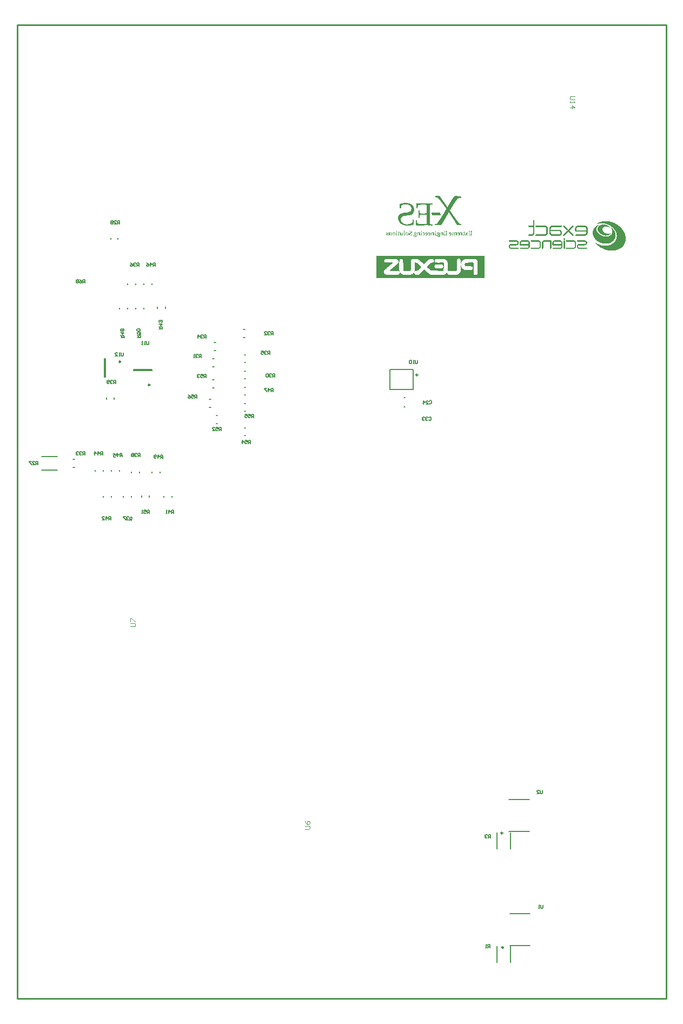
<source format=gbo>
G04*
G04 #@! TF.GenerationSoftware,Altium Limited,Altium Designer,22.6.1 (34)*
G04*
G04 Layer_Color=32896*
%FSLAX25Y25*%
%MOIN*%
G70*
G04*
G04 #@! TF.SameCoordinates,7D94B0EB-34EF-48B3-BABB-182D4114F96C*
G04*
G04*
G04 #@! TF.FilePolarity,Positive*
G04*
G01*
G75*
%ADD10C,0.00984*%
%ADD11C,0.00787*%
%ADD14C,0.00500*%
%ADD16C,0.01000*%
%ADD17C,0.00236*%
G36*
X370570Y594738D02*
X371579D01*
Y594570D01*
X372589D01*
Y594402D01*
X373598D01*
Y594234D01*
X373766D01*
Y593561D01*
X372252D01*
Y593393D01*
X372084D01*
Y593224D01*
X371748D01*
Y593056D01*
X371579D01*
Y592888D01*
X371411D01*
Y592720D01*
X371243D01*
Y592551D01*
X371075D01*
Y592215D01*
X370906D01*
Y592047D01*
X370738D01*
Y591879D01*
X370570D01*
Y591710D01*
X370402D01*
Y591374D01*
X370234D01*
Y591206D01*
X370065D01*
Y590869D01*
X369897D01*
Y590701D01*
X369729D01*
Y590365D01*
X369561D01*
Y590196D01*
X369392D01*
Y589860D01*
X369224D01*
Y589692D01*
X369056D01*
Y589355D01*
X368888D01*
Y589019D01*
X368720D01*
Y588850D01*
X368551D01*
Y588514D01*
X368383D01*
Y588178D01*
X368215D01*
Y588009D01*
X368047D01*
Y587673D01*
X367879D01*
Y587336D01*
X367710D01*
Y587168D01*
X367542D01*
Y586832D01*
X367374D01*
Y586495D01*
X367206D01*
Y586327D01*
X367037D01*
Y585991D01*
X366869D01*
Y585486D01*
X367037D01*
Y585149D01*
X367206D01*
Y584981D01*
X367374D01*
Y584813D01*
X367542D01*
Y584477D01*
X367710D01*
Y584308D01*
X367879D01*
Y584140D01*
X368047D01*
Y583804D01*
X368215D01*
Y583636D01*
X368383D01*
Y583299D01*
X368551D01*
Y583131D01*
X368720D01*
Y582963D01*
X368888D01*
Y582626D01*
X369056D01*
Y582458D01*
X369224D01*
Y582122D01*
X369392D01*
Y581953D01*
X369561D01*
Y581785D01*
X369729D01*
Y581449D01*
X369897D01*
Y581280D01*
X370065D01*
Y580944D01*
X370234D01*
Y580776D01*
X370402D01*
Y580608D01*
X370570D01*
Y580271D01*
X370738D01*
Y580103D01*
X370906D01*
Y579935D01*
X371075D01*
Y579598D01*
X371243D01*
Y579430D01*
X371411D01*
Y579262D01*
X371579D01*
Y578925D01*
X371748D01*
Y578757D01*
X371916D01*
Y578589D01*
X372084D01*
Y578252D01*
X372252D01*
Y578084D01*
X372421D01*
Y577916D01*
X372589D01*
Y577748D01*
X372757D01*
Y577579D01*
X373094D01*
Y577411D01*
X373935D01*
Y576738D01*
X371243D01*
Y576906D01*
X371075D01*
Y577243D01*
X370906D01*
Y577411D01*
X370738D01*
Y577748D01*
X370570D01*
Y578084D01*
X370402D01*
Y578252D01*
X370234D01*
Y578589D01*
X370065D01*
Y578757D01*
X369897D01*
Y579094D01*
X369729D01*
Y579430D01*
X369561D01*
Y579598D01*
X369392D01*
Y579935D01*
X369224D01*
Y580103D01*
X369056D01*
Y580439D01*
X368888D01*
Y580776D01*
X368720D01*
Y580944D01*
X368551D01*
Y581280D01*
X368383D01*
Y581449D01*
X368215D01*
Y581785D01*
X368047D01*
Y581953D01*
X367879D01*
Y582290D01*
X367710D01*
Y582458D01*
X367542D01*
Y582794D01*
X367374D01*
Y582963D01*
X367206D01*
Y583299D01*
X367037D01*
Y583467D01*
X366869D01*
Y583636D01*
X366701D01*
Y583972D01*
X366533D01*
Y584140D01*
X366365D01*
Y584477D01*
X366196D01*
Y584645D01*
X366028D01*
Y584477D01*
X365860D01*
Y584140D01*
X365692D01*
Y583804D01*
X365523D01*
Y583636D01*
X365355D01*
Y583299D01*
X365187D01*
Y582963D01*
X365019D01*
Y582794D01*
X364850D01*
Y582458D01*
X364682D01*
Y582122D01*
X364514D01*
Y581785D01*
X364346D01*
Y581617D01*
X364178D01*
Y581280D01*
X364009D01*
Y580944D01*
X363841D01*
Y580776D01*
X363673D01*
Y580439D01*
X363505D01*
Y580103D01*
X363336D01*
Y579935D01*
X363168D01*
Y579598D01*
X363000D01*
Y579262D01*
X362832D01*
Y579094D01*
X362664D01*
Y578757D01*
X362495D01*
Y578421D01*
X362327D01*
Y578252D01*
X362159D01*
Y577916D01*
X361991D01*
Y577579D01*
X361822D01*
Y577411D01*
X361654D01*
Y577075D01*
X361486D01*
Y576738D01*
X357449D01*
Y577411D01*
X358458D01*
Y577579D01*
X358794D01*
Y577748D01*
X358963D01*
Y577916D01*
X359131D01*
Y578084D01*
X359299D01*
Y578421D01*
X359467D01*
Y578589D01*
X359635D01*
Y578925D01*
X359804D01*
Y579262D01*
X359972D01*
Y579430D01*
X360140D01*
Y579766D01*
X360308D01*
Y579935D01*
X360477D01*
Y580271D01*
X360645D01*
Y580439D01*
X360813D01*
Y580776D01*
X360981D01*
Y581112D01*
X361150D01*
Y581280D01*
X361318D01*
Y581617D01*
X361486D01*
Y581785D01*
X361654D01*
Y582122D01*
X361822D01*
Y582458D01*
X361991D01*
Y582626D01*
X362159D01*
Y582963D01*
X362327D01*
Y583131D01*
X362495D01*
Y583467D01*
X362664D01*
Y583804D01*
X362832D01*
Y583972D01*
X363000D01*
Y584308D01*
X363168D01*
Y584477D01*
X363336D01*
Y584813D01*
X363505D01*
Y585149D01*
X363673D01*
Y585318D01*
X363841D01*
Y585654D01*
X364009D01*
Y585991D01*
X364178D01*
Y586159D01*
X364346D01*
Y586495D01*
X364514D01*
Y587000D01*
X364346D01*
Y587168D01*
X364178D01*
Y587505D01*
X364009D01*
Y587673D01*
X363841D01*
Y587841D01*
X363673D01*
Y588178D01*
X363505D01*
Y588346D01*
X363336D01*
Y588514D01*
X363168D01*
Y588850D01*
X363000D01*
Y589019D01*
X362832D01*
Y589187D01*
X362664D01*
Y589523D01*
X362495D01*
Y589692D01*
X362327D01*
Y589860D01*
X362159D01*
Y590196D01*
X361991D01*
Y590365D01*
X361822D01*
Y590533D01*
X361654D01*
Y590869D01*
X361486D01*
Y591037D01*
X361318D01*
Y591206D01*
X361150D01*
Y591374D01*
X360981D01*
Y591710D01*
X360813D01*
Y591879D01*
X360645D01*
Y592047D01*
X360477D01*
Y592383D01*
X360308D01*
Y592551D01*
X360140D01*
Y592720D01*
X359972D01*
Y592888D01*
X359804D01*
Y593056D01*
X359635D01*
Y593393D01*
X359467D01*
Y593561D01*
X359299D01*
Y593729D01*
X358963D01*
Y593897D01*
X357785D01*
Y594738D01*
X360477D01*
Y594570D01*
X360645D01*
Y594234D01*
X360813D01*
Y594065D01*
X360981D01*
Y593729D01*
X361150D01*
Y593561D01*
X361318D01*
Y593393D01*
X361486D01*
Y593056D01*
X361654D01*
Y592888D01*
X361822D01*
Y592551D01*
X361991D01*
Y592383D01*
X362159D01*
Y592047D01*
X362327D01*
Y591879D01*
X362495D01*
Y591542D01*
X362664D01*
Y591374D01*
X362832D01*
Y591206D01*
X363000D01*
Y590869D01*
X363168D01*
Y590701D01*
X363336D01*
Y590365D01*
X363505D01*
Y590196D01*
X363673D01*
Y589860D01*
X363841D01*
Y589692D01*
X364009D01*
Y589355D01*
X364178D01*
Y589187D01*
X364346D01*
Y588850D01*
X364514D01*
Y588682D01*
X364682D01*
Y588514D01*
X364850D01*
Y588178D01*
X365019D01*
Y588009D01*
X365187D01*
Y587841D01*
X365355D01*
Y588178D01*
X365523D01*
Y588346D01*
X365692D01*
Y588682D01*
X365860D01*
Y589019D01*
X366028D01*
Y589187D01*
X366196D01*
Y589523D01*
X366365D01*
Y589860D01*
X366533D01*
Y590196D01*
X366701D01*
Y590365D01*
X366869D01*
Y590701D01*
X367037D01*
Y591037D01*
X367206D01*
Y591206D01*
X367374D01*
Y591542D01*
X367542D01*
Y591879D01*
X367710D01*
Y592047D01*
X367879D01*
Y592383D01*
X368047D01*
Y592720D01*
X368215D01*
Y592888D01*
X368383D01*
Y593224D01*
X368551D01*
Y593393D01*
X368720D01*
Y593729D01*
X368888D01*
Y593897D01*
X369056D01*
Y594065D01*
X369224D01*
Y594234D01*
X369392D01*
Y594402D01*
X369561D01*
Y594570D01*
X369729D01*
Y594738D01*
X369897D01*
Y594907D01*
X370570D01*
Y594738D01*
D02*
G37*
G36*
X356271Y589523D02*
X355094D01*
Y589355D01*
X354757D01*
Y589187D01*
X354589D01*
Y588514D01*
X354421D01*
Y582794D01*
Y582626D01*
Y577916D01*
X354589D01*
Y577579D01*
X354757D01*
Y577411D01*
X355094D01*
Y577243D01*
X356103D01*
Y576570D01*
X354925D01*
Y576738D01*
X354421D01*
Y576570D01*
X353579D01*
Y576738D01*
X351056D01*
Y576570D01*
X346009D01*
Y576738D01*
X345841D01*
Y578084D01*
X345673D01*
Y579766D01*
X345505D01*
Y579935D01*
X346346D01*
Y579094D01*
X346514D01*
Y578252D01*
X346682D01*
Y577916D01*
X346850D01*
Y577748D01*
X347355D01*
Y577579D01*
X352402D01*
Y583131D01*
X348533D01*
Y582963D01*
X348196D01*
Y582794D01*
X348028D01*
Y581280D01*
X347355D01*
Y585822D01*
X348028D01*
Y584308D01*
X348196D01*
Y584140D01*
X348869D01*
Y583972D01*
X351393D01*
Y584140D01*
X352402D01*
Y589187D01*
X351729D01*
Y589355D01*
X348701D01*
Y589187D01*
X347692D01*
Y589019D01*
X347019D01*
Y588178D01*
X346850D01*
Y587168D01*
X346178D01*
Y588346D01*
X346009D01*
Y589692D01*
X345841D01*
Y590196D01*
X356271D01*
Y589523D01*
D02*
G37*
G36*
X360645Y584140D02*
X360813D01*
Y583636D01*
X360981D01*
Y583299D01*
X361150D01*
Y582794D01*
X355935D01*
Y582963D01*
X355766D01*
Y583636D01*
X355598D01*
Y583972D01*
X355430D01*
Y584308D01*
X360645D01*
Y584140D01*
D02*
G37*
G36*
X340963Y590196D02*
X341635D01*
Y590028D01*
X342140D01*
Y589860D01*
X342477D01*
Y589692D01*
X342813D01*
Y589523D01*
X343149D01*
Y589355D01*
X343318D01*
Y589187D01*
X343486D01*
Y589019D01*
X343654D01*
Y588850D01*
X343822D01*
Y588682D01*
X343991D01*
Y588346D01*
X344159D01*
Y588009D01*
X344327D01*
Y587673D01*
X344495D01*
Y587000D01*
X344664D01*
Y585318D01*
X344495D01*
Y584813D01*
X344327D01*
Y584308D01*
X344159D01*
Y584140D01*
X343991D01*
Y583804D01*
X343822D01*
Y583636D01*
X343654D01*
Y583467D01*
X343318D01*
Y583299D01*
X342981D01*
Y583131D01*
X342477D01*
Y582963D01*
X341635D01*
Y582794D01*
X340290D01*
Y582626D01*
X338776D01*
Y582458D01*
X338103D01*
Y582290D01*
X337766D01*
Y582122D01*
X337430D01*
Y581953D01*
X337262D01*
Y581785D01*
X337093D01*
Y581617D01*
X336925D01*
Y581449D01*
X336757D01*
Y581280D01*
Y581112D01*
Y580944D01*
X336589D01*
Y579766D01*
X336757D01*
Y579094D01*
X336925D01*
Y578757D01*
X337093D01*
Y578589D01*
X337262D01*
Y578421D01*
X337430D01*
Y578252D01*
X337598D01*
Y578084D01*
X337766D01*
Y577916D01*
X338103D01*
Y577748D01*
X338439D01*
Y577579D01*
X338776D01*
Y577411D01*
X339617D01*
Y577243D01*
X341131D01*
Y577411D01*
X341972D01*
Y577579D01*
X342308D01*
Y577748D01*
X342645D01*
Y577916D01*
X342981D01*
Y578084D01*
X343318D01*
Y578252D01*
X343486D01*
Y578421D01*
X343654D01*
Y580103D01*
X344327D01*
Y578421D01*
X344495D01*
Y577075D01*
X343991D01*
Y576906D01*
X343486D01*
Y576738D01*
X342813D01*
Y576570D01*
X341804D01*
Y576402D01*
X339785D01*
Y576570D01*
X338776D01*
Y576738D01*
X338271D01*
Y576906D01*
X337766D01*
Y577075D01*
X337430D01*
Y577243D01*
X337093D01*
Y577411D01*
X336925D01*
Y577579D01*
X336589D01*
Y577748D01*
X336421D01*
Y577916D01*
X336252D01*
Y578084D01*
X336084D01*
Y578252D01*
X335916D01*
Y578421D01*
X335748D01*
Y578757D01*
X335579D01*
Y578925D01*
X335411D01*
Y579262D01*
X335243D01*
Y579598D01*
X335075D01*
Y580103D01*
X334907D01*
Y582122D01*
X335075D01*
Y582626D01*
X335243D01*
Y582963D01*
X335411D01*
Y583131D01*
X335579D01*
Y583299D01*
X335748D01*
Y583467D01*
X335916D01*
Y583636D01*
X336252D01*
Y583804D01*
X336589D01*
Y583972D01*
X337262D01*
Y584140D01*
X338271D01*
Y584308D01*
X339785D01*
Y584477D01*
X340963D01*
Y584645D01*
X341635D01*
Y584813D01*
X341972D01*
Y584981D01*
X342140D01*
Y585149D01*
X342308D01*
Y585318D01*
X342477D01*
Y585486D01*
X342645D01*
Y585822D01*
X342813D01*
Y586327D01*
X342981D01*
Y587336D01*
X342813D01*
Y587841D01*
X342645D01*
Y588178D01*
X342477D01*
Y588514D01*
X342308D01*
Y588682D01*
X342140D01*
Y588850D01*
X341972D01*
Y589019D01*
X341635D01*
Y589187D01*
X341299D01*
Y589355D01*
X340794D01*
Y589523D01*
X338608D01*
Y589355D01*
X337935D01*
Y589187D01*
X337598D01*
Y589019D01*
X337262D01*
Y588850D01*
X337093D01*
Y588682D01*
X336925D01*
Y588514D01*
X336757D01*
Y587000D01*
X335916D01*
Y589019D01*
X335748D01*
Y589692D01*
X336252D01*
Y589860D01*
X336589D01*
Y590028D01*
X337262D01*
Y590196D01*
X338103D01*
Y590365D01*
X340963D01*
Y590196D01*
D02*
G37*
G36*
X461879Y577073D02*
X462863D01*
Y576909D01*
X463191D01*
Y576745D01*
X463683D01*
Y576581D01*
X464011D01*
Y576417D01*
X464339D01*
Y576253D01*
X464503D01*
Y576089D01*
X464831D01*
Y575925D01*
X464995D01*
Y575761D01*
X465160D01*
Y575597D01*
X465323D01*
Y575433D01*
X465487D01*
Y575269D01*
X465160D01*
Y575433D01*
X464831D01*
Y575597D01*
X464503D01*
Y575761D01*
X464011D01*
Y575925D01*
X462371D01*
Y575761D01*
X461879D01*
Y575597D01*
X461551D01*
Y575433D01*
X461387D01*
Y575269D01*
X461223D01*
Y575105D01*
X461059D01*
Y574777D01*
X460895D01*
Y573465D01*
X461059D01*
Y573137D01*
X461223D01*
Y572809D01*
X461387D01*
Y572645D01*
X461551D01*
Y572481D01*
X461715D01*
Y572317D01*
X461879D01*
Y572153D01*
X462043D01*
Y571989D01*
X462207D01*
Y571825D01*
X462535D01*
Y571661D01*
X463027D01*
Y571497D01*
X463519D01*
Y571333D01*
X465160D01*
Y571497D01*
X465487D01*
Y571661D01*
X465815D01*
Y571333D01*
X465652D01*
Y571169D01*
X465487D01*
Y571005D01*
X465160D01*
Y570841D01*
X464995D01*
Y570677D01*
X464667D01*
Y570512D01*
X464175D01*
Y570349D01*
X463191D01*
Y570185D01*
X462535D01*
Y570349D01*
X461551D01*
Y570512D01*
X461059D01*
Y570677D01*
X460731D01*
Y570841D01*
X460403D01*
Y571005D01*
X460075D01*
Y571169D01*
X459747D01*
Y571333D01*
X459583D01*
Y571497D01*
X459255D01*
Y571661D01*
X459091D01*
Y571989D01*
X458927D01*
Y572153D01*
X458763D01*
Y572317D01*
X458599D01*
Y572481D01*
X458435D01*
Y572809D01*
X458271D01*
Y573137D01*
X458107D01*
Y573465D01*
X457943D01*
Y575105D01*
X458107D01*
Y575433D01*
X458271D01*
Y575761D01*
X458435D01*
Y575925D01*
X458599D01*
Y576089D01*
X458763D01*
Y576253D01*
X458927D01*
Y576417D01*
X459091D01*
Y576581D01*
X459419D01*
Y576745D01*
X459747D01*
Y576909D01*
X460075D01*
Y577073D01*
X461059D01*
Y577237D01*
X461879D01*
Y577073D01*
D02*
G37*
G36*
X437442Y576253D02*
X437606D01*
Y576089D01*
X437770D01*
Y575925D01*
X437934D01*
Y575761D01*
X438098D01*
Y575597D01*
X438262D01*
Y575433D01*
X438426D01*
Y575269D01*
X438590D01*
Y575105D01*
X438754D01*
Y574941D01*
X438918D01*
Y574777D01*
X439082D01*
Y574613D01*
X439246D01*
Y574449D01*
X439410D01*
Y573793D01*
X439246D01*
Y573629D01*
X438754D01*
Y573793D01*
X438590D01*
Y573957D01*
X438426D01*
Y574121D01*
X438262D01*
Y574285D01*
X438098D01*
Y574449D01*
X437934D01*
Y574613D01*
X437770D01*
Y574777D01*
X437606D01*
Y574941D01*
X437442D01*
Y575105D01*
X437278D01*
Y575269D01*
X437114D01*
Y575433D01*
X436950D01*
Y575597D01*
X436786D01*
Y575761D01*
X436622D01*
Y576253D01*
X436786D01*
Y576417D01*
X437442D01*
Y576253D01*
D02*
G37*
G36*
X358121Y573037D02*
X358290D01*
Y572701D01*
X358121D01*
Y572533D01*
X357953D01*
Y572701D01*
X357785D01*
Y572869D01*
Y573037D01*
X357953D01*
Y573206D01*
X358121D01*
Y573037D01*
D02*
G37*
G36*
X349374D02*
X349542D01*
Y572701D01*
X349374D01*
Y572533D01*
X349206D01*
Y572701D01*
X349037D01*
Y573037D01*
X349206D01*
Y573206D01*
X349374D01*
Y573037D01*
D02*
G37*
G36*
X334065D02*
X334234D01*
Y572701D01*
X334065D01*
Y572533D01*
X333897D01*
Y572701D01*
X333729D01*
Y573037D01*
X333897D01*
Y573206D01*
X334065D01*
Y573037D01*
D02*
G37*
G36*
X370738Y572196D02*
X371243D01*
Y572028D01*
X371075D01*
Y570682D01*
X371243D01*
Y570346D01*
X370570D01*
Y571860D01*
X370402D01*
Y572028D01*
X370065D01*
Y571860D01*
X369897D01*
Y570682D01*
X370065D01*
Y570346D01*
X369224D01*
Y570514D01*
X369392D01*
Y572028D01*
X368888D01*
Y571860D01*
X368720D01*
Y570682D01*
X368888D01*
Y570346D01*
X368047D01*
Y570514D01*
X368215D01*
Y570682D01*
X368383D01*
Y572196D01*
X368720D01*
Y572365D01*
X369056D01*
Y572196D01*
X369392D01*
Y572028D01*
X369561D01*
Y572196D01*
X369729D01*
Y572365D01*
X370234D01*
Y572196D01*
X370402D01*
Y572028D01*
X370570D01*
Y572365D01*
X370738D01*
Y572196D01*
D02*
G37*
G36*
X362327D02*
X362832D01*
Y572028D01*
X362664D01*
Y570682D01*
X362832D01*
Y570346D01*
X361991D01*
Y570514D01*
X362159D01*
Y571860D01*
X361991D01*
Y572028D01*
X361654D01*
Y571860D01*
X361486D01*
Y570514D01*
X361654D01*
Y570346D01*
X360813D01*
Y570514D01*
X360981D01*
Y572028D01*
X361150D01*
Y572196D01*
X361318D01*
Y572365D01*
X361822D01*
Y572196D01*
X361991D01*
Y572028D01*
X362159D01*
Y572365D01*
X362327D01*
Y572196D01*
D02*
G37*
G36*
X356776D02*
X357280D01*
Y572028D01*
X357112D01*
Y570514D01*
X357280D01*
Y570346D01*
X356439D01*
Y570514D01*
X356608D01*
Y571860D01*
X356439D01*
Y572028D01*
X356103D01*
Y571860D01*
X355935D01*
Y570514D01*
X356103D01*
Y570346D01*
X355262D01*
Y570514D01*
X355430D01*
Y570682D01*
Y570851D01*
Y572028D01*
X355598D01*
Y572196D01*
X355766D01*
Y572365D01*
X356271D01*
Y572196D01*
X356439D01*
Y572028D01*
X356608D01*
Y572365D01*
X356776D01*
Y572196D01*
D02*
G37*
G36*
X350888D02*
X351393D01*
Y572028D01*
X351224D01*
Y570514D01*
X351393D01*
Y570346D01*
X350383D01*
Y570514D01*
X350551D01*
Y570682D01*
X350720D01*
Y571692D01*
X350551D01*
Y571860D01*
X350047D01*
Y572028D01*
X349879D01*
Y572196D01*
X350047D01*
Y572365D01*
X350383D01*
Y572196D01*
X350551D01*
Y572028D01*
X350720D01*
Y572365D01*
X350888D01*
Y572196D01*
D02*
G37*
G36*
X348028D02*
X348533D01*
Y572028D01*
X348364D01*
Y570514D01*
X348533D01*
Y570346D01*
X347692D01*
Y570682D01*
X347860D01*
Y570851D01*
Y571019D01*
Y571860D01*
X347692D01*
Y572028D01*
X347355D01*
Y571860D01*
X347187D01*
Y570514D01*
X347355D01*
Y570346D01*
X346514D01*
Y570514D01*
X346682D01*
Y572028D01*
X346850D01*
Y572196D01*
X347019D01*
Y572365D01*
X347355D01*
Y572196D01*
X347692D01*
Y572028D01*
X347860D01*
Y572365D01*
X348028D01*
Y572196D01*
D02*
G37*
G36*
X330533D02*
X331037D01*
Y572028D01*
X330869D01*
Y571860D01*
X330701D01*
Y570682D01*
X330869D01*
Y570514D01*
X331037D01*
Y570346D01*
X330196D01*
Y570682D01*
X330364D01*
Y571860D01*
X330196D01*
Y572028D01*
X329692D01*
Y570514D01*
X329860D01*
Y570346D01*
X329019D01*
Y570682D01*
X329187D01*
Y571692D01*
Y571860D01*
Y572028D01*
X329355D01*
Y572196D01*
X329523D01*
Y572365D01*
X329860D01*
Y572196D01*
X330196D01*
Y572028D01*
X330364D01*
Y572365D01*
X330533D01*
Y572196D01*
D02*
G37*
G36*
X380327Y572869D02*
X380159D01*
Y572701D01*
X379991D01*
Y570851D01*
X380159D01*
Y570682D01*
X380327D01*
Y570514D01*
X380495D01*
Y570346D01*
X378477D01*
Y570514D01*
X378308D01*
Y571019D01*
X378477D01*
Y570851D01*
X378645D01*
Y570682D01*
X379654D01*
Y571692D01*
X378981D01*
Y571523D01*
X378813D01*
Y571355D01*
X378645D01*
Y572196D01*
X378813D01*
Y572028D01*
X378981D01*
Y571860D01*
X379654D01*
Y572869D01*
X379486D01*
Y573037D01*
X379150D01*
Y572869D01*
X378645D01*
Y572533D01*
X378477D01*
Y573206D01*
X380327D01*
Y572869D01*
D02*
G37*
G36*
X365187Y573037D02*
X365019D01*
Y572869D01*
X364850D01*
Y570682D01*
X365019D01*
Y570514D01*
X365187D01*
Y570346D01*
X363168D01*
Y570682D01*
X363000D01*
Y571187D01*
X363168D01*
Y571019D01*
X363336D01*
Y570682D01*
X364346D01*
Y571692D01*
X363673D01*
Y571355D01*
X363505D01*
Y572196D01*
X363673D01*
Y572028D01*
X363841D01*
Y571860D01*
X364346D01*
Y572869D01*
X364178D01*
Y573037D01*
X363841D01*
Y572869D01*
X363505D01*
Y572533D01*
X363168D01*
Y572869D01*
X363336D01*
Y573206D01*
X365187D01*
Y573037D01*
D02*
G37*
G36*
X378140Y572028D02*
X377804D01*
Y571860D01*
X377636D01*
Y571523D01*
X377467D01*
Y571019D01*
X377636D01*
Y570851D01*
X377804D01*
Y570682D01*
X377972D01*
Y570514D01*
X378140D01*
Y570346D01*
X377467D01*
Y571019D01*
X377131D01*
Y570346D01*
X376290D01*
Y570682D01*
X376626D01*
Y571019D01*
X376794D01*
Y571187D01*
X376963D01*
Y571692D01*
X376794D01*
Y571860D01*
X376626D01*
Y572028D01*
X376290D01*
Y572196D01*
X376963D01*
Y572028D01*
Y571692D01*
X377299D01*
Y571860D01*
Y572028D01*
Y572196D01*
X378140D01*
Y572028D01*
D02*
G37*
G36*
X372421Y572196D02*
X372757D01*
Y572028D01*
X372925D01*
Y571692D01*
X373094D01*
Y570851D01*
X372925D01*
Y570514D01*
X372589D01*
Y570346D01*
X371916D01*
Y570514D01*
X371748D01*
Y570682D01*
X371579D01*
Y570851D01*
X371748D01*
Y570682D01*
X372252D01*
Y570851D01*
X372589D01*
Y571355D01*
X372421D01*
Y571523D01*
X371579D01*
Y572028D01*
X371748D01*
Y572196D01*
X371916D01*
Y572365D01*
X372421D01*
Y572196D01*
D02*
G37*
G36*
X367037D02*
X367374D01*
Y572028D01*
X367542D01*
Y571860D01*
X367710D01*
Y571355D01*
X367879D01*
Y571187D01*
X367710D01*
Y570682D01*
X367542D01*
Y570514D01*
X367206D01*
Y570346D01*
X366701D01*
Y570514D01*
X366365D01*
Y570682D01*
X366196D01*
Y570851D01*
X366533D01*
Y570682D01*
X367037D01*
Y570851D01*
X367206D01*
Y571019D01*
X367374D01*
Y571355D01*
X367037D01*
Y571523D01*
X366196D01*
Y572028D01*
X366365D01*
Y572196D01*
X366701D01*
Y572365D01*
X367037D01*
Y572196D01*
D02*
G37*
G36*
X354252D02*
X354589D01*
Y572028D01*
X354757D01*
Y571860D01*
X354925D01*
Y571355D01*
X355094D01*
Y571187D01*
X354925D01*
Y570682D01*
X354757D01*
Y570514D01*
X354421D01*
Y570346D01*
X353916D01*
Y570514D01*
X353579D01*
Y570682D01*
X353411D01*
Y570851D01*
X353748D01*
Y570682D01*
X354252D01*
Y570851D01*
X354421D01*
Y571019D01*
X354589D01*
Y571355D01*
X354252D01*
Y571523D01*
X353411D01*
Y572028D01*
X353579D01*
Y572196D01*
X353916D01*
Y572365D01*
X354252D01*
Y572196D01*
D02*
G37*
G36*
X352570D02*
X352906D01*
Y572028D01*
X353075D01*
Y571692D01*
X353243D01*
Y570851D01*
X353075D01*
Y570682D01*
X352906D01*
Y570514D01*
X352738D01*
Y570346D01*
X352065D01*
Y570514D01*
X351897D01*
Y570682D01*
X351729D01*
Y570851D01*
X351897D01*
Y570682D01*
X352402D01*
Y570851D01*
X352570D01*
Y571019D01*
X352738D01*
Y571355D01*
X352570D01*
Y571523D01*
X351561D01*
Y571860D01*
X351729D01*
Y572028D01*
X351897D01*
Y572196D01*
X352065D01*
Y572365D01*
X352570D01*
Y572196D01*
D02*
G37*
G36*
X338103Y572028D02*
X337935D01*
Y570682D01*
X337766D01*
Y570514D01*
X337598D01*
Y570346D01*
X337093D01*
Y570514D01*
X336757D01*
Y570346D01*
X336421D01*
Y570514D01*
X336084D01*
Y570682D01*
X336252D01*
Y572196D01*
X336925D01*
Y572028D01*
X336757D01*
Y570682D01*
X337262D01*
Y570851D01*
X337430D01*
Y571355D01*
Y571523D01*
Y572196D01*
X338103D01*
Y572028D01*
D02*
G37*
G36*
X375617Y572701D02*
X375785D01*
Y572365D01*
X375953D01*
Y572196D01*
X376121D01*
Y572028D01*
X375785D01*
Y570514D01*
X375617D01*
Y570346D01*
X375112D01*
Y570514D01*
X374944D01*
Y570682D01*
X375280D01*
Y570851D01*
X375449D01*
Y572028D01*
X374944D01*
Y572196D01*
X375280D01*
Y572365D01*
X375449D01*
Y572533D01*
Y572701D01*
Y572869D01*
X375617D01*
Y572701D01*
D02*
G37*
G36*
X373598Y572196D02*
X373766D01*
Y572028D01*
X373935D01*
Y572196D01*
X374607D01*
Y572028D01*
X374439D01*
Y570682D01*
X374607D01*
Y570346D01*
X373598D01*
Y570514D01*
X373766D01*
Y570682D01*
X373935D01*
Y571860D01*
X373262D01*
Y572365D01*
X373598D01*
Y572196D01*
D02*
G37*
G36*
X357953D02*
X358458D01*
Y572028D01*
X358290D01*
Y570682D01*
X358458D01*
Y570346D01*
X357617D01*
Y570682D01*
X357785D01*
Y572365D01*
X357953D01*
Y572196D01*
D02*
G37*
G36*
X349206D02*
X349710D01*
Y572028D01*
X349542D01*
Y570514D01*
X349710D01*
Y570346D01*
X348869D01*
Y570682D01*
X349037D01*
Y570851D01*
Y571019D01*
Y572365D01*
X349206D01*
Y572196D01*
D02*
G37*
G36*
X342813Y573037D02*
X343149D01*
Y572701D01*
X343318D01*
Y572028D01*
X343149D01*
Y571860D01*
X342981D01*
Y571692D01*
X342645D01*
Y571523D01*
X342308D01*
Y571355D01*
X342140D01*
Y570682D01*
X342308D01*
Y570514D01*
X342813D01*
Y570682D01*
X342981D01*
Y570851D01*
X343149D01*
Y571187D01*
X343318D01*
Y570682D01*
Y570514D01*
X343149D01*
Y570346D01*
X342140D01*
Y570514D01*
X341972D01*
Y570682D01*
X341804D01*
Y570851D01*
X341635D01*
Y571523D01*
X341804D01*
Y571692D01*
X341972D01*
Y571860D01*
X342140D01*
Y572028D01*
X342477D01*
Y572196D01*
X342813D01*
Y572533D01*
X342981D01*
Y572701D01*
X342813D01*
Y572869D01*
X342645D01*
Y573037D01*
X342308D01*
Y572869D01*
X342140D01*
Y572701D01*
X341972D01*
Y572533D01*
X341804D01*
Y573037D01*
X341972D01*
Y573206D01*
X342813D01*
Y573037D01*
D02*
G37*
G36*
X340626Y572196D02*
X340963D01*
Y572028D01*
X341131D01*
Y571860D01*
X341299D01*
Y571523D01*
X341467D01*
Y571019D01*
X341299D01*
Y570682D01*
X341131D01*
Y570514D01*
X340794D01*
Y570346D01*
X340122D01*
Y570514D01*
X339785D01*
Y570682D01*
X339617D01*
Y571019D01*
X339449D01*
Y571692D01*
X339617D01*
Y572028D01*
X339785D01*
Y572196D01*
X340122D01*
Y572365D01*
X340626D01*
Y572196D01*
D02*
G37*
G36*
X338776Y573206D02*
X339280D01*
Y573037D01*
X338944D01*
Y570682D01*
X339112D01*
Y570514D01*
X339280D01*
Y570346D01*
X338271D01*
Y570514D01*
X338439D01*
Y570682D01*
X338608D01*
Y572196D01*
Y572365D01*
Y573374D01*
X338776D01*
Y573206D01*
D02*
G37*
G36*
X335411Y572701D02*
X335579D01*
Y572533D01*
Y572365D01*
X335748D01*
Y572196D01*
X335916D01*
Y572028D01*
X335579D01*
Y570514D01*
X335411D01*
Y570346D01*
X334907D01*
Y570514D01*
X334738D01*
Y570682D01*
X335075D01*
Y570851D01*
X335243D01*
Y572028D01*
X334738D01*
Y572196D01*
X335075D01*
Y572365D01*
X335243D01*
Y572869D01*
X335411D01*
Y572701D01*
D02*
G37*
G36*
X333897Y572196D02*
X334402D01*
Y572028D01*
X334234D01*
Y570514D01*
X334402D01*
Y570346D01*
X333561D01*
Y570682D01*
X333729D01*
Y572365D01*
X333897D01*
Y572196D01*
D02*
G37*
G36*
X332551D02*
X332888D01*
Y572028D01*
X333056D01*
Y571692D01*
X333224D01*
Y570851D01*
X333056D01*
Y570682D01*
X332888D01*
Y570514D01*
X332551D01*
Y570346D01*
X331878D01*
Y570514D01*
X331710D01*
Y570682D01*
X331542D01*
Y570851D01*
X331374D01*
Y571860D01*
X331542D01*
Y572028D01*
X331710D01*
Y572196D01*
X332047D01*
Y572365D01*
X332551D01*
Y572196D01*
D02*
G37*
G36*
X328178D02*
X328514D01*
Y572028D01*
X328682D01*
Y571523D01*
X328514D01*
Y571355D01*
X328346D01*
Y571187D01*
X328009D01*
Y571019D01*
X327841D01*
Y570514D01*
X328178D01*
Y570682D01*
X328346D01*
Y570851D01*
X328514D01*
Y571019D01*
X328682D01*
Y570514D01*
X328514D01*
Y570346D01*
X327841D01*
Y570514D01*
X327505D01*
Y570682D01*
X327337D01*
Y571187D01*
X327505D01*
Y571355D01*
X327673D01*
Y571523D01*
X328009D01*
Y571692D01*
X328178D01*
Y571860D01*
X328346D01*
Y572028D01*
X328178D01*
Y572196D01*
X327841D01*
Y572028D01*
X327673D01*
Y571692D01*
X327505D01*
Y572196D01*
X327673D01*
Y572365D01*
X328178D01*
Y572196D01*
D02*
G37*
G36*
X442854Y576253D02*
X443018D01*
Y575761D01*
X442854D01*
Y575597D01*
X442690D01*
Y575433D01*
X442526D01*
Y575269D01*
X442362D01*
Y575105D01*
X442198D01*
Y574941D01*
X442034D01*
Y574777D01*
X441870D01*
Y574613D01*
X441706D01*
Y574449D01*
X441542D01*
Y574285D01*
X441378D01*
Y574121D01*
X441214D01*
Y573957D01*
X441050D01*
Y573793D01*
X440886D01*
Y573629D01*
X440722D01*
Y573465D01*
X440558D01*
Y573137D01*
X440722D01*
Y572973D01*
X440886D01*
Y572809D01*
X441050D01*
Y572645D01*
X441214D01*
Y572481D01*
X441378D01*
Y572317D01*
X441542D01*
Y572153D01*
X441706D01*
Y571989D01*
X441870D01*
Y571825D01*
X442034D01*
Y571661D01*
X442198D01*
Y571497D01*
X442362D01*
Y571333D01*
X442526D01*
Y571169D01*
X442690D01*
Y571005D01*
X442854D01*
Y570841D01*
X443018D01*
Y570349D01*
X442854D01*
Y570185D01*
X442198D01*
Y570349D01*
X442034D01*
Y570512D01*
X441870D01*
Y570677D01*
X441706D01*
Y570841D01*
X441542D01*
Y571005D01*
X441378D01*
Y571169D01*
X441214D01*
Y571333D01*
X441050D01*
Y571497D01*
X440886D01*
Y571661D01*
X440722D01*
Y571825D01*
X440558D01*
Y571989D01*
X440394D01*
Y572153D01*
X440230D01*
Y572317D01*
X440066D01*
Y572481D01*
X439902D01*
Y572645D01*
X439738D01*
Y572481D01*
X439574D01*
Y572317D01*
X439410D01*
Y572153D01*
X439246D01*
Y571989D01*
X439082D01*
Y571825D01*
X438918D01*
Y571661D01*
X438754D01*
Y571497D01*
X438590D01*
Y571333D01*
X438426D01*
Y571169D01*
X438262D01*
Y571005D01*
X438098D01*
Y570841D01*
X437934D01*
Y570677D01*
X437770D01*
Y570512D01*
X437606D01*
Y570349D01*
X437442D01*
Y570185D01*
X436622D01*
Y570841D01*
X436786D01*
Y571005D01*
X436950D01*
Y571169D01*
X437114D01*
Y571333D01*
X437278D01*
Y571497D01*
X437442D01*
Y571661D01*
X437606D01*
Y571825D01*
X437770D01*
Y571989D01*
X437934D01*
Y572153D01*
X438098D01*
Y572317D01*
X438262D01*
Y572481D01*
X438426D01*
Y572645D01*
X438590D01*
Y572809D01*
X438754D01*
Y572973D01*
X438918D01*
Y573137D01*
X439082D01*
Y573301D01*
X439246D01*
Y573465D01*
X439410D01*
Y573629D01*
X439574D01*
Y573793D01*
X439738D01*
Y573957D01*
X439902D01*
Y574121D01*
X440066D01*
Y574285D01*
X440230D01*
Y574449D01*
X440394D01*
Y574613D01*
X440558D01*
Y574777D01*
X440722D01*
Y574941D01*
X440886D01*
Y575105D01*
X441050D01*
Y575269D01*
X441214D01*
Y575433D01*
X441378D01*
Y575597D01*
X441542D01*
Y575761D01*
X441706D01*
Y575925D01*
X441870D01*
Y576089D01*
X442034D01*
Y576253D01*
X442198D01*
Y576417D01*
X442854D01*
Y576253D01*
D02*
G37*
G36*
X450071Y576417D02*
X450563D01*
Y576253D01*
X450891D01*
Y576089D01*
X451055D01*
Y575925D01*
X451219D01*
Y575761D01*
X451383D01*
Y575433D01*
X451547D01*
Y575105D01*
X451711D01*
Y571497D01*
X451547D01*
Y571169D01*
X451383D01*
Y570841D01*
X451219D01*
Y570677D01*
X451055D01*
Y570512D01*
X450891D01*
Y570349D01*
X450563D01*
Y570185D01*
X450235D01*
Y570020D01*
X444330D01*
Y570185D01*
X444166D01*
Y570841D01*
X444494D01*
Y571005D01*
X450235D01*
Y571169D01*
X450399D01*
Y571333D01*
X450563D01*
Y571661D01*
X450727D01*
Y572645D01*
X444166D01*
Y572809D01*
X444002D01*
Y572973D01*
X443838D01*
Y574941D01*
X444002D01*
Y575433D01*
X444166D01*
Y575761D01*
X444330D01*
Y575925D01*
X444494D01*
Y576089D01*
X444658D01*
Y576253D01*
X444986D01*
Y576417D01*
X445478D01*
Y576581D01*
X450071D01*
Y576417D01*
D02*
G37*
G36*
X435638D02*
X435802D01*
Y575761D01*
X435474D01*
Y575597D01*
X429569D01*
Y575433D01*
X429405D01*
Y575269D01*
X429242D01*
Y575105D01*
X429077D01*
Y574613D01*
X428913D01*
Y573957D01*
X434654D01*
Y573793D01*
X434982D01*
Y573629D01*
X435146D01*
Y573465D01*
X435310D01*
Y573301D01*
X435474D01*
Y573137D01*
X435638D01*
Y572809D01*
X435802D01*
Y571169D01*
X435638D01*
Y571005D01*
X435474D01*
Y570841D01*
X435310D01*
Y570512D01*
X435146D01*
Y570349D01*
X434818D01*
Y570185D01*
X434490D01*
Y570020D01*
X429569D01*
Y570185D01*
X429077D01*
Y570349D01*
X428913D01*
Y570512D01*
X428749D01*
Y570677D01*
X428585D01*
Y570841D01*
X428421D01*
Y571005D01*
X428257D01*
Y571333D01*
X428093D01*
Y575269D01*
X428257D01*
Y575597D01*
X428421D01*
Y575761D01*
X428585D01*
Y575925D01*
X428749D01*
Y576089D01*
X428913D01*
Y576253D01*
X429077D01*
Y576417D01*
X429569D01*
Y576581D01*
X435638D01*
Y576417D01*
D02*
G37*
G36*
X425633D02*
X426125D01*
Y576253D01*
X426453D01*
Y576089D01*
X426617D01*
Y575925D01*
X426781D01*
Y575761D01*
X426945D01*
Y575433D01*
X427109D01*
Y575105D01*
X427273D01*
Y571497D01*
X427109D01*
Y571169D01*
X426945D01*
Y570841D01*
X426781D01*
Y570677D01*
X426617D01*
Y570512D01*
X426453D01*
Y570349D01*
X426125D01*
Y570185D01*
X425797D01*
Y570020D01*
X419729D01*
Y570185D01*
X419565D01*
Y570841D01*
X419893D01*
Y571005D01*
X425797D01*
Y571169D01*
X425961D01*
Y571333D01*
X426125D01*
Y571661D01*
X426289D01*
Y574941D01*
X426125D01*
Y575269D01*
X425961D01*
Y575433D01*
X425633D01*
Y575597D01*
X419729D01*
Y575761D01*
X419565D01*
Y576417D01*
X419729D01*
Y576581D01*
X425633D01*
Y576417D01*
D02*
G37*
G36*
X418909Y571333D02*
X418745D01*
Y571005D01*
X418581D01*
Y570677D01*
X418417D01*
Y570512D01*
X418253D01*
Y570349D01*
X417925D01*
Y570185D01*
X417433D01*
Y570020D01*
X415465D01*
Y570185D01*
X415301D01*
Y570349D01*
X415137D01*
Y570677D01*
X415301D01*
Y570841D01*
X415465D01*
Y571005D01*
X417433D01*
Y571169D01*
X417761D01*
Y571497D01*
X417925D01*
Y571661D01*
X418089D01*
Y575597D01*
X415465D01*
Y575761D01*
X415301D01*
Y575925D01*
X415137D01*
Y576253D01*
X415301D01*
Y576417D01*
X415465D01*
Y576581D01*
X418089D01*
Y579861D01*
X418909D01*
Y571333D01*
D02*
G37*
G36*
X359972Y572196D02*
X360308D01*
Y572028D01*
X360477D01*
Y571355D01*
X360308D01*
Y571187D01*
X360140D01*
Y571019D01*
X360308D01*
Y570851D01*
X360477D01*
Y570514D01*
X360308D01*
Y570178D01*
X360477D01*
Y570009D01*
X360645D01*
Y569841D01*
X360477D01*
Y569505D01*
X359972D01*
Y569336D01*
X359635D01*
Y569505D01*
X359131D01*
Y569673D01*
X358963D01*
Y569841D01*
X358794D01*
Y570178D01*
X358626D01*
Y570346D01*
X358794D01*
Y570682D01*
X359972D01*
Y571019D01*
X359299D01*
Y571187D01*
X359131D01*
Y571355D01*
X358963D01*
Y572028D01*
X358626D01*
Y572196D01*
X359467D01*
Y572365D01*
X359972D01*
Y572196D01*
D02*
G37*
G36*
X345673D02*
X345841D01*
Y572028D01*
X346009D01*
Y571860D01*
X346178D01*
Y571355D01*
X346009D01*
Y571187D01*
X345841D01*
Y570851D01*
X346178D01*
Y570682D01*
X346009D01*
Y570514D01*
X345841D01*
Y570346D01*
X346009D01*
Y570178D01*
X346178D01*
Y569673D01*
X346009D01*
Y569505D01*
X345673D01*
Y569336D01*
X345337D01*
Y569505D01*
X344832D01*
Y569673D01*
X344495D01*
Y570009D01*
X344327D01*
Y570514D01*
X344495D01*
Y570682D01*
X345505D01*
Y570851D01*
X345673D01*
Y571019D01*
X345000D01*
Y571187D01*
X344664D01*
Y572028D01*
X344327D01*
Y572196D01*
X345000D01*
Y572365D01*
X345673D01*
Y572196D01*
D02*
G37*
G36*
X437606Y568544D02*
X437770D01*
Y567724D01*
X437606D01*
Y567560D01*
X437114D01*
Y567724D01*
X436950D01*
Y568380D01*
X437114D01*
Y568544D01*
X437278D01*
Y568708D01*
X437606D01*
Y568544D01*
D02*
G37*
G36*
X458435Y576581D02*
X458271D01*
Y576417D01*
X458107D01*
Y576253D01*
X457943D01*
Y576089D01*
X457779D01*
Y575925D01*
X457615D01*
Y575597D01*
X457451D01*
Y575105D01*
X457287D01*
Y573301D01*
X457451D01*
Y572973D01*
X457615D01*
Y572481D01*
X457779D01*
Y572317D01*
X457943D01*
Y571989D01*
X458107D01*
Y571825D01*
X458271D01*
Y571661D01*
X458435D01*
Y571497D01*
X458599D01*
Y571333D01*
X458763D01*
Y571169D01*
X458927D01*
Y571005D01*
X459255D01*
Y570841D01*
X459419D01*
Y570677D01*
X459747D01*
Y570512D01*
X459911D01*
Y570349D01*
X460403D01*
Y570185D01*
X460731D01*
Y570020D01*
X461059D01*
Y569857D01*
X461879D01*
Y569693D01*
X464011D01*
Y569857D01*
X464667D01*
Y570020D01*
X465160D01*
Y570185D01*
X465323D01*
Y570349D01*
X465652D01*
Y570512D01*
X465815D01*
Y570677D01*
X465979D01*
Y570841D01*
X466307D01*
Y571169D01*
X466471D01*
Y571333D01*
X466636D01*
Y571661D01*
X466799D01*
Y572153D01*
X466964D01*
Y573465D01*
X466799D01*
Y574121D01*
X466636D01*
Y574449D01*
X466471D01*
Y574777D01*
X466307D01*
Y575105D01*
X466144D01*
Y575269D01*
X465979D01*
Y575433D01*
X465815D01*
Y575597D01*
X466144D01*
Y575433D01*
X466307D01*
Y575269D01*
X466636D01*
Y575105D01*
X466799D01*
Y574941D01*
X466964D01*
Y574777D01*
X467128D01*
Y574613D01*
X467292D01*
Y574449D01*
X467456D01*
Y574121D01*
X467620D01*
Y573957D01*
X467784D01*
Y573793D01*
X467948D01*
Y573629D01*
X468112D01*
Y573301D01*
X468276D01*
Y572973D01*
X468440D01*
Y572645D01*
X468604D01*
Y572153D01*
X468768D01*
Y571661D01*
X468932D01*
Y569365D01*
X468768D01*
Y568872D01*
X468604D01*
Y568544D01*
X468440D01*
Y568216D01*
X468276D01*
Y567888D01*
X468112D01*
Y567724D01*
X467948D01*
Y567396D01*
X467784D01*
Y567232D01*
X467620D01*
Y567068D01*
X467456D01*
Y566904D01*
X467292D01*
Y566740D01*
X466964D01*
Y566576D01*
X466799D01*
Y566412D01*
X466471D01*
Y566248D01*
X466307D01*
Y566084D01*
X465979D01*
Y565920D01*
X465652D01*
Y565756D01*
X465160D01*
Y565592D01*
X464503D01*
Y565428D01*
X461059D01*
Y565592D01*
X460403D01*
Y565756D01*
X459911D01*
Y565920D01*
X459419D01*
Y566084D01*
X459091D01*
Y566248D01*
X458763D01*
Y566412D01*
X458435D01*
Y566576D01*
X458107D01*
Y566740D01*
X457943D01*
Y566904D01*
X457615D01*
Y567068D01*
X457451D01*
Y567232D01*
X457287D01*
Y567396D01*
X457123D01*
Y567560D01*
X456959D01*
Y567724D01*
X456795D01*
Y567888D01*
X456467D01*
Y568052D01*
X456303D01*
Y568380D01*
X456139D01*
Y568544D01*
X455975D01*
Y568708D01*
X455811D01*
Y569036D01*
X455647D01*
Y569201D01*
X455483D01*
Y569528D01*
X455319D01*
Y569857D01*
X455155D01*
Y570185D01*
X454991D01*
Y570841D01*
X454827D01*
Y571989D01*
X454663D01*
Y572153D01*
X454827D01*
Y573301D01*
X454991D01*
Y573793D01*
X455155D01*
Y574285D01*
X455319D01*
Y574449D01*
X455483D01*
Y574777D01*
X455647D01*
Y574941D01*
X455811D01*
Y575105D01*
X455975D01*
Y575269D01*
X456139D01*
Y575433D01*
X456303D01*
Y575597D01*
X456467D01*
Y575761D01*
X456631D01*
Y575925D01*
X456795D01*
Y576089D01*
X456959D01*
Y576253D01*
X457287D01*
Y576417D01*
X457615D01*
Y576581D01*
X457943D01*
Y576745D01*
X458435D01*
Y576581D01*
D02*
G37*
G36*
X464667Y579041D02*
X465487D01*
Y578877D01*
X466144D01*
Y578713D01*
X466636D01*
Y578549D01*
X467292D01*
Y578385D01*
X467620D01*
Y578221D01*
X468112D01*
Y578057D01*
X468440D01*
Y577893D01*
X468604D01*
Y577729D01*
X468932D01*
Y577565D01*
X469260D01*
Y577401D01*
X469588D01*
Y577237D01*
X469916D01*
Y577073D01*
X470080D01*
Y576909D01*
X470244D01*
Y576745D01*
X470572D01*
Y576581D01*
X470736D01*
Y576417D01*
X470900D01*
Y576253D01*
X471228D01*
Y576089D01*
X471392D01*
Y575925D01*
X471556D01*
Y575761D01*
X471720D01*
Y575597D01*
X471884D01*
Y575433D01*
X472048D01*
Y575269D01*
X472212D01*
Y575105D01*
X472376D01*
Y574941D01*
X472540D01*
Y574777D01*
X472704D01*
Y574449D01*
X472868D01*
Y574285D01*
X473032D01*
Y574121D01*
X473196D01*
Y573957D01*
X473360D01*
Y573629D01*
X473524D01*
Y573301D01*
X473688D01*
Y573137D01*
X473852D01*
Y572809D01*
X474016D01*
Y572481D01*
X474180D01*
Y572153D01*
X474344D01*
Y571825D01*
X474508D01*
Y571333D01*
X474672D01*
Y570841D01*
X474836D01*
Y570185D01*
X475000D01*
Y566904D01*
X474836D01*
Y566248D01*
X474672D01*
Y565756D01*
X474508D01*
Y565428D01*
X474344D01*
Y565100D01*
X474180D01*
Y564772D01*
X474016D01*
Y564444D01*
X473852D01*
Y564280D01*
X473688D01*
Y563952D01*
X473524D01*
Y563788D01*
X473360D01*
Y563624D01*
X473196D01*
Y563460D01*
X473032D01*
Y563296D01*
X472868D01*
Y563132D01*
X472704D01*
Y562968D01*
X472540D01*
Y562804D01*
X472376D01*
Y562640D01*
X472048D01*
Y562476D01*
X471884D01*
Y562312D01*
X471556D01*
Y562148D01*
X471228D01*
Y561984D01*
X470900D01*
Y561820D01*
X470572D01*
Y561656D01*
X470244D01*
Y561492D01*
X469916D01*
Y561328D01*
X469260D01*
Y561164D01*
X468440D01*
Y561000D01*
X464667D01*
Y561164D01*
X463683D01*
Y561328D01*
X463027D01*
Y561492D01*
X462535D01*
Y561656D01*
X462207D01*
Y561820D01*
X461715D01*
Y561984D01*
X461387D01*
Y562148D01*
X461059D01*
Y562312D01*
X460731D01*
Y562476D01*
X460403D01*
Y562640D01*
X460075D01*
Y562804D01*
X459911D01*
Y562968D01*
X459583D01*
Y563132D01*
X459419D01*
Y563296D01*
X459091D01*
Y563460D01*
X458927D01*
Y563624D01*
X458763D01*
Y563788D01*
X458435D01*
Y563952D01*
X458271D01*
Y564116D01*
X458107D01*
Y564280D01*
X457943D01*
Y564444D01*
X457779D01*
Y564608D01*
X457615D01*
Y564772D01*
X457451D01*
Y564936D01*
X457287D01*
Y565100D01*
X457123D01*
Y565264D01*
X456959D01*
Y565428D01*
X456795D01*
Y565592D01*
X456631D01*
Y565920D01*
X456959D01*
Y565756D01*
X457123D01*
Y565592D01*
X457287D01*
Y565428D01*
X457615D01*
Y565264D01*
X457943D01*
Y565100D01*
X458435D01*
Y564936D01*
X458763D01*
Y564772D01*
X459255D01*
Y564608D01*
X459583D01*
Y564444D01*
X460239D01*
Y564280D01*
X461387D01*
Y564116D01*
X463683D01*
Y564280D01*
X464667D01*
Y564444D01*
X465160D01*
Y564608D01*
X465652D01*
Y564772D01*
X465979D01*
Y564936D01*
X466307D01*
Y565100D01*
X466636D01*
Y565264D01*
X466964D01*
Y565428D01*
X467292D01*
Y565592D01*
X467456D01*
Y565756D01*
X467620D01*
Y565920D01*
X467784D01*
Y566084D01*
X467948D01*
Y566248D01*
X468112D01*
Y566412D01*
X468276D01*
Y566576D01*
X468440D01*
Y566740D01*
X468604D01*
Y566904D01*
X468768D01*
Y567232D01*
X468932D01*
Y567560D01*
X469096D01*
Y567888D01*
X469260D01*
Y568216D01*
X469424D01*
Y568708D01*
X469588D01*
Y569693D01*
X469752D01*
Y570512D01*
X469588D01*
Y571497D01*
X469424D01*
Y572153D01*
X469260D01*
Y572481D01*
X469096D01*
Y572809D01*
X468932D01*
Y573137D01*
X468768D01*
Y573465D01*
X468604D01*
Y573629D01*
X468440D01*
Y573957D01*
X468276D01*
Y574121D01*
X468112D01*
Y574285D01*
X467948D01*
Y574613D01*
X467784D01*
Y574777D01*
X467620D01*
Y574941D01*
X467456D01*
Y575105D01*
X467292D01*
Y575269D01*
X467128D01*
Y575433D01*
X466799D01*
Y575597D01*
X466636D01*
Y575761D01*
X466471D01*
Y575925D01*
X466144D01*
Y576089D01*
X465979D01*
Y576253D01*
X465815D01*
Y576417D01*
X465487D01*
Y576581D01*
X465160D01*
Y576745D01*
X464831D01*
Y576909D01*
X464503D01*
Y577073D01*
X464011D01*
Y577237D01*
X463519D01*
Y577401D01*
X463191D01*
Y577565D01*
X462371D01*
Y577729D01*
X461059D01*
Y577893D01*
X459583D01*
Y577729D01*
X458435D01*
Y577565D01*
X457779D01*
Y577401D01*
X457287D01*
Y577565D01*
X457615D01*
Y577729D01*
X457779D01*
Y577893D01*
X458107D01*
Y578057D01*
X458271D01*
Y578221D01*
X458599D01*
Y578385D01*
X458927D01*
Y578549D01*
X459419D01*
Y578713D01*
X459911D01*
Y578877D01*
X460567D01*
Y579041D01*
X461223D01*
Y579205D01*
X464667D01*
Y579041D01*
D02*
G37*
G36*
X450235Y567232D02*
X450563D01*
Y567068D01*
X450891D01*
Y566904D01*
X451055D01*
Y566740D01*
X451219D01*
Y566412D01*
X451383D01*
Y565428D01*
X451219D01*
Y565100D01*
X451055D01*
Y564936D01*
X450891D01*
Y564772D01*
X450727D01*
Y564608D01*
X450399D01*
Y564444D01*
X449743D01*
Y564280D01*
X446134D01*
Y564116D01*
X445970D01*
Y563952D01*
X445806D01*
Y563296D01*
X445970D01*
Y563132D01*
X446134D01*
Y562968D01*
X446462D01*
Y562804D01*
X451219D01*
Y562640D01*
X451383D01*
Y562312D01*
X451219D01*
Y562148D01*
X445970D01*
Y562312D01*
X445642D01*
Y562476D01*
X445478D01*
Y562640D01*
X445314D01*
Y562804D01*
X445150D01*
Y563132D01*
X444986D01*
Y564116D01*
X445150D01*
Y564444D01*
X445314D01*
Y564608D01*
X445478D01*
Y564772D01*
X445642D01*
Y564936D01*
X445970D01*
Y565100D01*
X449907D01*
Y565264D01*
X450399D01*
Y565428D01*
X450563D01*
Y566248D01*
X450399D01*
Y566412D01*
X450235D01*
Y566576D01*
X445314D01*
Y566740D01*
X445150D01*
Y567396D01*
X450235D01*
Y567232D01*
D02*
G37*
G36*
X443346D02*
X443674D01*
Y567068D01*
X444002D01*
Y566904D01*
X444166D01*
Y566576D01*
X444330D01*
Y566248D01*
X444494D01*
Y563132D01*
X444330D01*
Y562804D01*
X444166D01*
Y562640D01*
X444002D01*
Y562476D01*
X443838D01*
Y562312D01*
X443510D01*
Y562148D01*
X438426D01*
Y562312D01*
X438262D01*
Y562640D01*
X438426D01*
Y562804D01*
X443018D01*
Y562968D01*
X443346D01*
Y563132D01*
X443510D01*
Y563296D01*
X443674D01*
Y566248D01*
X443510D01*
Y566412D01*
X443346D01*
Y566576D01*
X438426D01*
Y566740D01*
X438262D01*
Y567232D01*
X438426D01*
Y567396D01*
X443346D01*
Y567232D01*
D02*
G37*
G36*
X437606D02*
X437770D01*
Y562148D01*
X437114D01*
Y562312D01*
X436950D01*
Y563624D01*
Y563788D01*
Y567068D01*
X437114D01*
Y567396D01*
X437606D01*
Y567232D01*
D02*
G37*
G36*
X435146D02*
X435474D01*
Y567068D01*
X435638D01*
Y566904D01*
X435802D01*
Y566740D01*
X435966D01*
Y566576D01*
X436130D01*
Y566084D01*
X436294D01*
Y563296D01*
X436130D01*
Y562968D01*
X435966D01*
Y562640D01*
X435802D01*
Y562476D01*
X435638D01*
Y562312D01*
X435310D01*
Y562148D01*
X430226D01*
Y562312D01*
X430061D01*
Y562640D01*
X430226D01*
Y562804D01*
X434818D01*
Y562968D01*
X435146D01*
Y563132D01*
X435310D01*
Y563296D01*
X435474D01*
Y564280D01*
X430061D01*
Y564444D01*
X429897D01*
Y566248D01*
X430061D01*
Y566576D01*
X430226D01*
Y566904D01*
X430389D01*
Y567068D01*
X430718D01*
Y567232D01*
X431046D01*
Y567396D01*
X435146D01*
Y567232D01*
D02*
G37*
G36*
X429242D02*
X429405D01*
Y562312D01*
X429242D01*
Y562148D01*
X428585D01*
Y566576D01*
X424649D01*
Y566412D01*
X424485D01*
Y566248D01*
X424321D01*
Y562312D01*
X424157D01*
Y562148D01*
X423501D01*
Y566412D01*
X423665D01*
Y566740D01*
X423829D01*
Y566904D01*
X423993D01*
Y567068D01*
X424157D01*
Y567232D01*
X424485D01*
Y567396D01*
X429242D01*
Y567232D01*
D02*
G37*
G36*
X421697D02*
X422025D01*
Y567068D01*
X422353D01*
Y566904D01*
X422517D01*
Y566576D01*
X422681D01*
Y566412D01*
X422845D01*
Y563132D01*
X422681D01*
Y562804D01*
X422517D01*
Y562640D01*
X422353D01*
Y562476D01*
X422189D01*
Y562312D01*
X421861D01*
Y562148D01*
X416777D01*
Y562312D01*
X416613D01*
Y562640D01*
X416777D01*
Y562804D01*
X421369D01*
Y562968D01*
X421697D01*
Y563132D01*
X421861D01*
Y563296D01*
X422025D01*
Y563788D01*
X422189D01*
Y565756D01*
X422025D01*
Y566248D01*
X421861D01*
Y566412D01*
X421697D01*
Y566576D01*
X416777D01*
Y566740D01*
X416613D01*
Y567232D01*
X416777D01*
Y567396D01*
X421697D01*
Y567232D01*
D02*
G37*
G36*
X415137D02*
X415465D01*
Y567068D01*
X415629D01*
Y566904D01*
X415793D01*
Y566740D01*
X415957D01*
Y566412D01*
X416121D01*
Y565920D01*
X416285D01*
Y563460D01*
X416121D01*
Y563132D01*
X415957D01*
Y562804D01*
X415793D01*
Y562476D01*
X415465D01*
Y562312D01*
X415301D01*
Y562148D01*
X410052D01*
Y562804D01*
X414645D01*
Y562968D01*
X415137D01*
Y563132D01*
X415301D01*
Y564116D01*
X415465D01*
Y564280D01*
X409888D01*
Y564608D01*
X409724D01*
Y565756D01*
X409888D01*
Y566412D01*
X410052D01*
Y566740D01*
X410216D01*
Y566904D01*
X410380D01*
Y567068D01*
X410544D01*
Y567232D01*
X410872D01*
Y567396D01*
X415137D01*
Y567232D01*
D02*
G37*
G36*
X408248D02*
X408576D01*
Y567068D01*
X408740D01*
Y566904D01*
X408904D01*
Y566740D01*
X409068D01*
Y566412D01*
X409232D01*
Y565264D01*
X409068D01*
Y564936D01*
X408904D01*
Y564772D01*
X408740D01*
Y564608D01*
X408412D01*
Y564444D01*
X407756D01*
Y564280D01*
X403984D01*
Y564116D01*
X403820D01*
Y563788D01*
X403656D01*
Y563296D01*
X403820D01*
Y563132D01*
X403984D01*
Y562968D01*
X404476D01*
Y562804D01*
X409232D01*
Y562148D01*
X403820D01*
Y562312D01*
X403492D01*
Y562476D01*
X403328D01*
Y562640D01*
X403164D01*
Y562804D01*
X403000D01*
Y564280D01*
X403164D01*
Y564608D01*
X403328D01*
Y564772D01*
X403492D01*
Y564936D01*
X403820D01*
Y565100D01*
X407920D01*
Y565264D01*
X408248D01*
Y565428D01*
X408412D01*
Y565756D01*
X408576D01*
Y565920D01*
X408412D01*
Y566248D01*
X408248D01*
Y566412D01*
X408084D01*
Y566576D01*
X403164D01*
Y566740D01*
X403000D01*
Y567232D01*
X403164D01*
Y567396D01*
X408248D01*
Y567232D01*
D02*
G37*
G36*
X388254Y544232D02*
X321608D01*
Y557915D01*
X388254D01*
Y544232D01*
D02*
G37*
%LPC*%
G36*
X372421Y572196D02*
X372084D01*
Y572028D01*
X371916D01*
Y571692D01*
X372589D01*
Y572028D01*
X372421D01*
Y572196D01*
D02*
G37*
G36*
X367037D02*
X366869D01*
Y572028D01*
X366701D01*
Y571692D01*
X367374D01*
Y571860D01*
X367206D01*
Y572028D01*
X367037D01*
Y572196D01*
D02*
G37*
G36*
X354252D02*
X354084D01*
Y572028D01*
X353916D01*
Y571692D01*
X354589D01*
Y571860D01*
X354421D01*
Y572028D01*
X354252D01*
Y572196D01*
D02*
G37*
G36*
X352570D02*
X352234D01*
Y572028D01*
X352065D01*
Y571692D01*
X352738D01*
Y572028D01*
X352570D01*
Y572196D01*
D02*
G37*
G36*
X340626D02*
X340290D01*
Y572028D01*
X340122D01*
Y571692D01*
X339953D01*
Y570851D01*
X340122D01*
Y570682D01*
X340290D01*
Y570514D01*
X340626D01*
Y570682D01*
X340794D01*
Y571187D01*
X340963D01*
Y571692D01*
X340794D01*
Y572028D01*
X340626D01*
Y572196D01*
D02*
G37*
G36*
X332383D02*
X332215D01*
Y572028D01*
X332047D01*
Y571860D01*
X331878D01*
Y570682D01*
X332047D01*
Y570514D01*
X332383D01*
Y570682D01*
X332551D01*
Y570851D01*
X332720D01*
Y571860D01*
X332551D01*
Y572028D01*
X332383D01*
Y572196D01*
D02*
G37*
G36*
X450235Y575597D02*
X445314D01*
Y575433D01*
X445150D01*
Y575269D01*
X444986D01*
Y575105D01*
X444822D01*
Y573629D01*
X450727D01*
Y574777D01*
Y574941D01*
X450563D01*
Y575269D01*
X450399D01*
Y575433D01*
X450235D01*
Y575597D01*
D02*
G37*
G36*
X434162Y573137D02*
X428913D01*
Y571989D01*
X429077D01*
Y571497D01*
X429242D01*
Y571333D01*
X429405D01*
Y571169D01*
X429569D01*
Y571005D01*
X434326D01*
Y571169D01*
X434654D01*
Y571497D01*
X434818D01*
Y571825D01*
X434982D01*
Y572153D01*
X434818D01*
Y572645D01*
X434654D01*
Y572809D01*
X434490D01*
Y572973D01*
X434162D01*
Y573137D01*
D02*
G37*
G36*
X359804Y572196D02*
X359635D01*
Y572028D01*
X359467D01*
Y571860D01*
X359299D01*
Y571523D01*
X359467D01*
Y571187D01*
X359804D01*
Y571355D01*
X359972D01*
Y571523D01*
Y572028D01*
X359804D01*
Y572196D01*
D02*
G37*
G36*
X359972Y570346D02*
X359131D01*
Y569841D01*
X359299D01*
Y569673D01*
X359972D01*
Y569841D01*
X360140D01*
Y570178D01*
X359972D01*
Y570346D01*
D02*
G37*
G36*
X345505Y572196D02*
X345168D01*
Y571860D01*
X345000D01*
Y571355D01*
X345168D01*
Y571187D01*
X345505D01*
Y571355D01*
X345673D01*
Y572028D01*
X345505D01*
Y572196D01*
D02*
G37*
G36*
X345673Y570346D02*
X344832D01*
Y570178D01*
X344664D01*
Y569841D01*
X344832D01*
Y569673D01*
X345673D01*
Y569841D01*
X345841D01*
Y570178D01*
X345673D01*
Y570346D01*
D02*
G37*
G36*
X435146Y566576D02*
X431046D01*
Y566412D01*
X430882D01*
Y566248D01*
X430718D01*
Y564936D01*
X430882D01*
Y565100D01*
X435310D01*
Y564936D01*
X435474D01*
Y566084D01*
X435310D01*
Y566412D01*
X435146D01*
Y566576D01*
D02*
G37*
G36*
X414973D02*
X411036D01*
Y566412D01*
X410872D01*
Y566248D01*
X410708D01*
Y565920D01*
X410544D01*
Y565100D01*
X415301D01*
Y566248D01*
X415137D01*
Y566412D01*
X414973D01*
Y566576D01*
D02*
G37*
G36*
X362066Y552324D02*
X357947D01*
Y552177D01*
X357652D01*
Y552030D01*
X357505D01*
Y551883D01*
X357358D01*
Y551588D01*
X357211D01*
Y551000D01*
X357358D01*
Y550559D01*
X357505D01*
Y550412D01*
X357652D01*
Y550264D01*
X357800D01*
Y550117D01*
X362066D01*
Y550264D01*
X362213D01*
Y550412D01*
X362360D01*
Y550559D01*
X362508D01*
Y550853D01*
X362655D01*
Y551588D01*
X362508D01*
Y551883D01*
X362360D01*
Y552030D01*
X362213D01*
Y552177D01*
X362066D01*
Y552324D01*
D02*
G37*
G36*
X372659Y556002D02*
X371776D01*
Y555855D01*
X371482D01*
Y555708D01*
X371335D01*
Y555561D01*
X371188D01*
Y555414D01*
X371041D01*
Y548793D01*
X370893D01*
Y548646D01*
X370746D01*
Y548499D01*
X365744D01*
Y548352D01*
X365450D01*
Y553942D01*
X365303D01*
Y554384D01*
X365156D01*
Y554531D01*
X365008D01*
Y554825D01*
X364861D01*
Y554972D01*
X364714D01*
Y555119D01*
X364567D01*
Y555267D01*
X364273D01*
Y555414D01*
X364126D01*
Y555561D01*
X363832D01*
Y555708D01*
X363390D01*
Y555855D01*
X358241D01*
Y555708D01*
X357947D01*
Y555561D01*
X357652D01*
Y555414D01*
X357505D01*
Y555119D01*
X357358D01*
Y554237D01*
X357505D01*
Y553942D01*
X357652D01*
Y553795D01*
X357947D01*
Y553648D01*
X359124D01*
Y553501D01*
X360448D01*
Y553648D01*
X362655D01*
Y553501D01*
X362949D01*
Y553354D01*
X363096D01*
Y550117D01*
X362949D01*
Y548646D01*
X362655D01*
Y548499D01*
X359271D01*
Y548646D01*
X355151D01*
Y548793D01*
X355004D01*
Y548940D01*
X354710D01*
Y549087D01*
X354563D01*
Y549235D01*
X354416D01*
Y549382D01*
X354269D01*
Y549529D01*
X354121D01*
Y549676D01*
X353974D01*
Y549823D01*
X353827D01*
Y549970D01*
X353680D01*
Y550117D01*
X353533D01*
Y550264D01*
X353239D01*
Y550412D01*
X353092D01*
Y550559D01*
X352945D01*
Y550706D01*
X352797D01*
Y550853D01*
X352650D01*
Y551147D01*
X352797D01*
Y551294D01*
X352945D01*
Y551441D01*
X353092D01*
Y551588D01*
X353239D01*
Y551736D01*
X353386D01*
Y551883D01*
X353533D01*
Y552030D01*
X353680D01*
Y552177D01*
X353827D01*
Y552324D01*
X353974D01*
Y552471D01*
X354121D01*
Y552618D01*
X354269D01*
Y552766D01*
X354416D01*
Y552913D01*
X354563D01*
Y553060D01*
X354710D01*
Y553207D01*
X354857D01*
Y553354D01*
X355004D01*
Y553501D01*
X355887D01*
Y553648D01*
X356475D01*
Y553795D01*
X356770D01*
Y554090D01*
X356917D01*
Y554384D01*
X357064D01*
Y554972D01*
X356917D01*
Y555267D01*
X356770D01*
Y555414D01*
X356623D01*
Y555561D01*
X356475D01*
Y555708D01*
X355887D01*
Y555855D01*
X354857D01*
Y555708D01*
X354121D01*
Y555561D01*
X353827D01*
Y555414D01*
X353533D01*
Y555267D01*
X353386D01*
Y555119D01*
X353239D01*
Y554972D01*
X353092D01*
Y554825D01*
X352945D01*
Y554678D01*
X352797D01*
Y554531D01*
X352650D01*
Y554384D01*
X352503D01*
Y554237D01*
X352356D01*
Y554090D01*
X352209D01*
Y553942D01*
X352062D01*
Y553795D01*
X351915D01*
Y553648D01*
X351768D01*
Y553501D01*
X351621D01*
Y553354D01*
X351473D01*
Y553207D01*
X351326D01*
Y553060D01*
X351179D01*
Y552913D01*
X351032D01*
Y552766D01*
X350885D01*
Y552618D01*
X350738D01*
Y552766D01*
X350591D01*
Y552913D01*
X350444D01*
Y553060D01*
X350149D01*
Y553207D01*
X350002D01*
Y553354D01*
X349855D01*
Y553501D01*
X349708D01*
Y553648D01*
X349561D01*
Y553795D01*
X349414D01*
Y553942D01*
X349267D01*
Y554090D01*
X349119D01*
Y554237D01*
X348825D01*
Y554384D01*
X348678D01*
Y554531D01*
X348531D01*
Y554678D01*
X348384D01*
Y554825D01*
X348237D01*
Y554972D01*
X348090D01*
Y555119D01*
X347942D01*
Y555267D01*
X347795D01*
Y555414D01*
X347501D01*
Y555561D01*
X347207D01*
Y555708D01*
X346618D01*
Y555855D01*
X346030D01*
Y555708D01*
X345147D01*
Y555855D01*
X344117D01*
Y555708D01*
X343382D01*
Y555561D01*
X343087D01*
Y555414D01*
X342940D01*
Y555267D01*
X342793D01*
Y554972D01*
X342646D01*
Y549087D01*
X342499D01*
Y548646D01*
X342352D01*
Y548499D01*
X338232D01*
Y548646D01*
X338085D01*
Y553501D01*
X337938D01*
Y555267D01*
X337791D01*
Y555561D01*
X337497D01*
Y555708D01*
X337350D01*
Y555855D01*
X336467D01*
Y555708D01*
X336173D01*
Y555561D01*
X336026D01*
Y555414D01*
X335878D01*
Y555267D01*
X335731D01*
Y554237D01*
X335584D01*
Y548646D01*
X335731D01*
Y548058D01*
X335584D01*
Y548205D01*
X335437D01*
Y548352D01*
X335290D01*
Y548499D01*
X329699D01*
Y548646D01*
X329552D01*
Y548793D01*
X329699D01*
Y548940D01*
X329994D01*
Y549087D01*
X330141D01*
Y549235D01*
X330288D01*
Y549382D01*
X330435D01*
Y549529D01*
X330582D01*
Y549676D01*
X330729D01*
Y549823D01*
X331024D01*
Y549970D01*
X331171D01*
Y550117D01*
X331318D01*
Y550264D01*
X331465D01*
Y550412D01*
X331612D01*
Y550559D01*
X331759D01*
Y550706D01*
X332053D01*
Y550853D01*
X332200D01*
Y551000D01*
X332348D01*
Y551147D01*
X332495D01*
Y551294D01*
X332642D01*
Y551441D01*
X332789D01*
Y551588D01*
X332936D01*
Y551736D01*
X333230D01*
Y551883D01*
X333377D01*
Y552030D01*
X333524D01*
Y552177D01*
X333672D01*
Y552324D01*
X333819D01*
Y552471D01*
X333966D01*
Y552618D01*
X334260D01*
Y552766D01*
X334407D01*
Y552913D01*
X334554D01*
Y553060D01*
X334701D01*
Y553207D01*
X334849D01*
Y553354D01*
X334996D01*
Y553795D01*
X335143D01*
Y554531D01*
X334996D01*
Y554972D01*
X334849D01*
Y555119D01*
X334701D01*
Y555267D01*
X334554D01*
Y555414D01*
X334407D01*
Y555561D01*
X334113D01*
Y555708D01*
X333524D01*
Y555855D01*
X327051D01*
Y555708D01*
X326757D01*
Y555561D01*
X326463D01*
Y555414D01*
X326316D01*
Y554972D01*
X326168D01*
Y554531D01*
X326316D01*
Y554090D01*
X326463D01*
Y553942D01*
X326610D01*
Y553795D01*
X326904D01*
Y553648D01*
X331612D01*
Y553501D01*
X331465D01*
Y553354D01*
X331318D01*
Y553207D01*
X331171D01*
Y553060D01*
X331024D01*
Y552913D01*
X330876D01*
Y552766D01*
X330729D01*
Y552618D01*
X330582D01*
Y552471D01*
X330288D01*
Y552324D01*
X330141D01*
Y552177D01*
X329994D01*
Y552030D01*
X329847D01*
Y551883D01*
X329699D01*
Y551736D01*
X329552D01*
Y551588D01*
X329258D01*
Y551441D01*
X329111D01*
Y551294D01*
X328964D01*
Y551147D01*
X328817D01*
Y551000D01*
X328670D01*
Y550853D01*
X328375D01*
Y550706D01*
X328228D01*
Y550559D01*
X328081D01*
Y550412D01*
X327934D01*
Y550264D01*
X327787D01*
Y550117D01*
X327640D01*
Y549970D01*
X327345D01*
Y549823D01*
X327198D01*
Y549676D01*
X327051D01*
Y549529D01*
X326904D01*
Y549382D01*
X326757D01*
Y549235D01*
X326610D01*
Y549087D01*
X326316D01*
Y548793D01*
X326168D01*
Y548499D01*
X326021D01*
Y547469D01*
X326168D01*
Y547175D01*
X326316D01*
Y546881D01*
X326463D01*
Y546734D01*
X326610D01*
Y546586D01*
X326904D01*
Y546439D01*
X327345D01*
Y546292D01*
X335290D01*
Y546439D01*
X335437D01*
Y546586D01*
X335584D01*
Y546734D01*
X335731D01*
Y547028D01*
X335878D01*
Y547616D01*
X336026D01*
Y547469D01*
X336173D01*
Y547322D01*
X336320D01*
Y547175D01*
X336467D01*
Y547028D01*
X336614D01*
Y546881D01*
X336761D01*
Y546734D01*
X337055D01*
Y546586D01*
X337203D01*
Y546439D01*
X337791D01*
Y546292D01*
X342940D01*
Y546439D01*
X343382D01*
Y546586D01*
X343676D01*
Y546734D01*
X343823D01*
Y546881D01*
X344117D01*
Y547028D01*
X344264D01*
Y547175D01*
X344411D01*
Y547322D01*
X344559D01*
Y547616D01*
X344706D01*
Y547028D01*
X344853D01*
Y546734D01*
X345000D01*
Y546586D01*
X345147D01*
Y546439D01*
X345441D01*
Y546292D01*
X347648D01*
Y546439D01*
X348090D01*
Y546586D01*
X348237D01*
Y546734D01*
X348384D01*
Y546881D01*
X348531D01*
Y547028D01*
X348678D01*
Y547175D01*
X348825D01*
Y547322D01*
X348972D01*
Y547469D01*
X349119D01*
Y547616D01*
X349267D01*
Y547763D01*
X349414D01*
Y547910D01*
X349561D01*
Y548058D01*
X349708D01*
Y548205D01*
X349855D01*
Y548352D01*
X350002D01*
Y548499D01*
X350149D01*
Y548646D01*
X350296D01*
Y548793D01*
X350444D01*
Y548940D01*
X350591D01*
Y549087D01*
X350738D01*
Y549235D01*
X350885D01*
Y549382D01*
X351179D01*
Y549235D01*
X351326D01*
Y549087D01*
X351473D01*
Y548940D01*
X351621D01*
Y548793D01*
X351768D01*
Y548646D01*
X351915D01*
Y548499D01*
X352062D01*
Y548352D01*
X352209D01*
Y548205D01*
X352356D01*
Y548058D01*
X352503D01*
Y547910D01*
X352797D01*
Y547763D01*
X352945D01*
Y547616D01*
X353092D01*
Y547469D01*
X353239D01*
Y547322D01*
X353386D01*
Y547175D01*
X353533D01*
Y547028D01*
X353680D01*
Y546881D01*
X353827D01*
Y546734D01*
X353974D01*
Y546586D01*
X354269D01*
Y546439D01*
X354710D01*
Y546292D01*
X363390D01*
Y546439D01*
X363832D01*
Y546586D01*
X364126D01*
Y546734D01*
X364420D01*
Y546881D01*
X364567D01*
Y547028D01*
X364714D01*
Y547175D01*
X364861D01*
Y547322D01*
X365008D01*
Y547469D01*
X365156D01*
Y546881D01*
X365303D01*
Y546734D01*
X365450D01*
Y546439D01*
X365744D01*
Y546292D01*
X371482D01*
Y546439D01*
X371923D01*
Y546586D01*
X372217D01*
Y546734D01*
X372365D01*
Y546881D01*
X372512D01*
Y547028D01*
X372659D01*
Y547175D01*
X372806D01*
Y547322D01*
X372953D01*
Y547469D01*
X373100D01*
Y547763D01*
X373247D01*
Y548058D01*
X373394D01*
Y555267D01*
X373247D01*
Y555561D01*
X373100D01*
Y555708D01*
X372953D01*
Y555855D01*
X372659D01*
Y556002D01*
D02*
G37*
G36*
X382369Y555855D02*
X377661D01*
Y555708D01*
X375748D01*
Y555561D01*
X375454D01*
Y555414D01*
X375160D01*
Y555267D01*
X374866D01*
Y555119D01*
X374719D01*
Y554972D01*
X374571D01*
Y554825D01*
X374424D01*
Y554678D01*
X374277D01*
Y554531D01*
X374130D01*
Y554237D01*
X373983D01*
Y554090D01*
X373836D01*
Y553648D01*
X373689D01*
Y553060D01*
X373542D01*
Y551883D01*
X373689D01*
Y551294D01*
X373836D01*
Y550853D01*
X373983D01*
Y550559D01*
X374130D01*
Y550412D01*
X374277D01*
Y550264D01*
X374424D01*
Y549970D01*
X374719D01*
Y549823D01*
X374866D01*
Y549676D01*
X375013D01*
Y549529D01*
X375307D01*
Y549382D01*
X375601D01*
Y549235D01*
X376043D01*
Y549087D01*
X380309D01*
Y549235D01*
X380456D01*
Y549382D01*
X380603D01*
Y549529D01*
X380750D01*
Y549676D01*
X380898D01*
Y550853D01*
X380750D01*
Y551000D01*
X380603D01*
Y551147D01*
X380309D01*
Y551294D01*
X379868D01*
Y551441D01*
X376484D01*
Y551588D01*
X376190D01*
Y551736D01*
X376043D01*
Y552030D01*
X375896D01*
Y552913D01*
X376043D01*
Y553207D01*
X376190D01*
Y553354D01*
X376484D01*
Y553501D01*
X378250D01*
Y553648D01*
X381045D01*
Y553501D01*
X381339D01*
Y546881D01*
X381486D01*
Y546586D01*
X381633D01*
Y546292D01*
X381927D01*
Y546145D01*
X382075D01*
Y545998D01*
X383104D01*
Y546145D01*
X383399D01*
Y546292D01*
X383546D01*
Y546586D01*
X383693D01*
Y547028D01*
X383840D01*
Y552913D01*
X383693D01*
Y554972D01*
X383546D01*
Y555119D01*
X383399D01*
Y555414D01*
X383104D01*
Y555561D01*
X382957D01*
Y555708D01*
X382369D01*
Y555855D01*
D02*
G37*
%LPD*%
G36*
X345883Y553501D02*
X346471D01*
Y553354D01*
X346765D01*
Y553207D01*
X346913D01*
Y553060D01*
X347060D01*
Y552913D01*
X347207D01*
Y552766D01*
X347354D01*
Y552618D01*
X347501D01*
Y552471D01*
X347648D01*
Y552324D01*
X347942D01*
Y552177D01*
X348090D01*
Y552030D01*
X348237D01*
Y551883D01*
X348384D01*
Y551736D01*
X348531D01*
Y551588D01*
X348678D01*
Y551441D01*
X348825D01*
Y551294D01*
X348972D01*
Y551147D01*
X349119D01*
Y551000D01*
Y550706D01*
X348972D01*
Y550559D01*
X348825D01*
Y550412D01*
X348678D01*
Y550264D01*
X348531D01*
Y550117D01*
X348384D01*
Y549970D01*
X348237D01*
Y549823D01*
X348090D01*
Y549676D01*
X347942D01*
Y549529D01*
X347795D01*
Y549382D01*
X347648D01*
Y549235D01*
X347501D01*
Y549087D01*
X347354D01*
Y548940D01*
X347207D01*
Y548793D01*
X347060D01*
Y548646D01*
X346618D01*
Y548499D01*
X345294D01*
Y548352D01*
X345147D01*
Y548205D01*
X345000D01*
Y548058D01*
X344853D01*
Y548499D01*
X345000D01*
Y553501D01*
X345294D01*
Y553648D01*
X345883D01*
Y553501D01*
D02*
G37*
G36*
X344853Y547763D02*
X344706D01*
Y547910D01*
X344853D01*
Y547763D01*
D02*
G37*
G36*
X335878D02*
X335731D01*
Y547910D01*
X335878D01*
Y547763D01*
D02*
G37*
G36*
X366045Y547452D02*
X365901D01*
Y547595D01*
X366045D01*
Y547452D01*
D02*
G37*
D10*
X181831Y478334D02*
G03*
X181831Y478334I-492J0D01*
G01*
X163794Y492598D02*
G03*
X163794Y492598I-492J0D01*
G01*
X346919Y484469D02*
G03*
X346919Y484469I-492J0D01*
G01*
X399264Y202153D02*
G03*
X399264Y202153I-492J0D01*
G01*
X399764Y131653D02*
G03*
X399764Y131653I-492J0D01*
G01*
D11*
X183209Y487295D02*
Y487705D01*
X171791Y487295D02*
X183209D01*
X171791D02*
Y487705D01*
X183209D01*
X153930Y494468D02*
X154341D01*
Y483051D02*
Y494468D01*
X153930Y483051D02*
X154341D01*
X153930D02*
Y494468D01*
X186539Y525606D02*
Y526394D01*
X191461Y525606D02*
Y526394D01*
X168035Y525169D02*
Y525957D01*
X163114Y525169D02*
Y525957D01*
X178035Y525169D02*
Y525957D01*
X173114Y525169D02*
Y525957D01*
X183035Y540169D02*
Y540957D01*
X178114Y540169D02*
Y540957D01*
X221606Y499539D02*
X222394D01*
X221606Y504461D02*
X222394D01*
X220606Y489539D02*
X221394D01*
X220606Y494461D02*
X221394D01*
X220606Y481461D02*
X221394D01*
X220606Y476539D02*
X221394D01*
X218606Y469461D02*
X219394D01*
X218606Y464539D02*
X219394D01*
X222681Y459461D02*
X223468D01*
X222681Y454539D02*
X223468D01*
X240181Y482039D02*
X240968D01*
X240181Y486961D02*
X240968D01*
X240181Y492039D02*
X240968D01*
X240181Y496961D02*
X240968D01*
X239606Y512461D02*
X240394D01*
X239606Y507539D02*
X240394D01*
X240181Y466961D02*
X240968D01*
X240181Y462039D02*
X240968D01*
X240181Y451961D02*
X240968D01*
X240181Y447039D02*
X240968D01*
X115252Y434232D02*
X124748D01*
X115252Y425768D02*
X124748D01*
X134606Y427539D02*
X135394D01*
X134606Y432461D02*
X135394D01*
X158035Y409106D02*
Y409894D01*
X153114Y409106D02*
Y409894D01*
X163035Y425169D02*
Y425957D01*
X158114Y425169D02*
Y425957D01*
X181590Y409295D02*
Y410082D01*
X176669Y409295D02*
Y410082D01*
X190614Y409106D02*
Y409894D01*
X195535Y409106D02*
Y409894D01*
X153035Y425169D02*
Y425957D01*
X148114Y425169D02*
Y425957D01*
X157736Y568150D02*
Y568937D01*
X162264Y568150D02*
Y568937D01*
X183114Y424106D02*
Y424894D01*
X188035Y424106D02*
Y424894D01*
X240181Y472039D02*
X240968D01*
X240181Y476961D02*
X240968D01*
X155236Y469606D02*
Y470394D01*
X159764Y469606D02*
Y470394D01*
X175535Y424106D02*
Y424894D01*
X170614Y424106D02*
Y424894D01*
X170535Y409106D02*
Y409894D01*
X165614Y409106D02*
Y409894D01*
X168114Y540169D02*
Y540957D01*
X173035Y540169D02*
Y540957D01*
X344262Y475315D02*
Y487716D01*
X329892Y475315D02*
X344262D01*
X329892D02*
Y487716D01*
X344262D01*
X338563Y470354D02*
X339154D01*
X338563Y464646D02*
X339154D01*
X403201Y203157D02*
X415799D01*
X403201Y222843D02*
X415799D01*
X395768Y192567D02*
Y202433D01*
X404232Y192567D02*
Y202433D01*
X395768Y122566D02*
Y132433D01*
X404232Y122566D02*
Y132433D01*
X403701Y152342D02*
X416299D01*
X403701Y132658D02*
X416299D01*
D14*
X423700Y228399D02*
Y226733D01*
X423367Y226400D01*
X422700D01*
X422367Y226733D01*
Y228399D01*
X420368Y226400D02*
X421701D01*
X420368Y227733D01*
Y228066D01*
X420701Y228399D01*
X421367D01*
X421701Y228066D01*
X424200Y157899D02*
Y156233D01*
X423867Y155900D01*
X423200D01*
X422867Y156233D01*
Y157899D01*
X422201Y155900D02*
X421534D01*
X421867D01*
Y157899D01*
X422201Y157566D01*
X165499Y498000D02*
Y496334D01*
X165166Y496000D01*
X164499D01*
X164166Y496334D01*
Y498000D01*
X163500Y496000D02*
X162833D01*
X163167D01*
Y498000D01*
X163500Y497667D01*
X160501Y496000D02*
X161834D01*
X160501Y497333D01*
Y497667D01*
X160834Y498000D01*
X161501D01*
X161834Y497667D01*
X181166Y505000D02*
Y503334D01*
X180833Y503000D01*
X180166D01*
X179833Y503334D01*
Y505000D01*
X179167Y503000D02*
X178500D01*
X178833D01*
Y505000D01*
X179167Y504667D01*
X177500Y503000D02*
X176834D01*
X177167D01*
Y505000D01*
X177500Y504667D01*
X346900Y493499D02*
Y491833D01*
X346567Y491500D01*
X345900D01*
X345567Y491833D01*
Y493499D01*
X344901Y491500D02*
X344234D01*
X344567D01*
Y493499D01*
X344901Y493166D01*
X343234D02*
X342901Y493499D01*
X342235D01*
X341902Y493166D01*
Y491833D01*
X342235Y491500D01*
X342901D01*
X343234Y491833D01*
Y493166D01*
X141666Y541000D02*
Y543000D01*
X140666D01*
X140333Y542666D01*
Y542000D01*
X140666Y541667D01*
X141666D01*
X140999D02*
X140333Y541000D01*
X138333Y543000D02*
X139000Y542666D01*
X139666Y542000D01*
Y541334D01*
X139333Y541000D01*
X138667D01*
X138333Y541334D01*
Y541667D01*
X138667Y542000D01*
X139666D01*
X137667Y542666D02*
X137334Y543000D01*
X136667D01*
X136334Y542666D01*
Y542333D01*
X136667Y542000D01*
X136334Y541667D01*
Y541334D01*
X136667Y541000D01*
X137334D01*
X137667Y541334D01*
Y541667D01*
X137334Y542000D01*
X137667Y542333D01*
Y542666D01*
X137334Y542000D02*
X136667D01*
X210666Y470000D02*
Y472000D01*
X209666D01*
X209333Y471666D01*
Y471000D01*
X209666Y470667D01*
X210666D01*
X209999D02*
X209333Y470000D01*
X207334Y472000D02*
X208666D01*
Y471000D01*
X208000Y471333D01*
X207667D01*
X207334Y471000D01*
Y470334D01*
X207667Y470000D01*
X208333D01*
X208666Y470334D01*
X205334Y472000D02*
X206001Y471666D01*
X206667Y471000D01*
Y470334D01*
X206334Y470000D01*
X205667D01*
X205334Y470334D01*
Y470667D01*
X205667Y471000D01*
X206667D01*
X245666Y458000D02*
Y460000D01*
X244666D01*
X244333Y459666D01*
Y459000D01*
X244666Y458667D01*
X245666D01*
X244999D02*
X244333Y458000D01*
X242334Y460000D02*
X243666D01*
Y459000D01*
X243000Y459333D01*
X242667D01*
X242334Y459000D01*
Y458334D01*
X242667Y458000D01*
X243333D01*
X243666Y458334D01*
X240334Y460000D02*
X241667D01*
Y459000D01*
X241001Y459333D01*
X240667D01*
X240334Y459000D01*
Y458334D01*
X240667Y458000D01*
X241334D01*
X241667Y458334D01*
X243666Y442000D02*
Y444000D01*
X242666D01*
X242333Y443667D01*
Y443000D01*
X242666Y442667D01*
X243666D01*
X242999D02*
X242333Y442000D01*
X240334Y444000D02*
X241666D01*
Y443000D01*
X241000Y443333D01*
X240667D01*
X240334Y443000D01*
Y442334D01*
X240667Y442000D01*
X241333D01*
X241666Y442334D01*
X238667Y442000D02*
Y444000D01*
X239667Y443000D01*
X238334D01*
X216587Y482922D02*
Y484921D01*
X215587D01*
X215254Y484588D01*
Y483921D01*
X215587Y483588D01*
X216587D01*
X215921D02*
X215254Y482922D01*
X213255Y484921D02*
X214588D01*
Y483921D01*
X213921Y484255D01*
X213588D01*
X213255Y483921D01*
Y483255D01*
X213588Y482922D01*
X214254D01*
X214588Y483255D01*
X212588Y484588D02*
X212255Y484921D01*
X211589D01*
X211256Y484588D01*
Y484255D01*
X211589Y483921D01*
X211922D01*
X211589D01*
X211256Y483588D01*
Y483255D01*
X211589Y482922D01*
X212255D01*
X212588Y483255D01*
X225666Y450000D02*
Y452000D01*
X224666D01*
X224333Y451666D01*
Y451000D01*
X224666Y450667D01*
X225666D01*
X224999D02*
X224333Y450000D01*
X222334Y452000D02*
X223666D01*
Y451000D01*
X223000Y451333D01*
X222667D01*
X222334Y451000D01*
Y450334D01*
X222667Y450000D01*
X223333D01*
X223666Y450334D01*
X220334Y450000D02*
X221667D01*
X220334Y451333D01*
Y451666D01*
X220667Y452000D01*
X221334D01*
X221667Y451666D01*
X181333Y399000D02*
Y401000D01*
X180333D01*
X180000Y400667D01*
Y400000D01*
X180333Y399667D01*
X181333D01*
X180666D02*
X180000Y399000D01*
X178000Y401000D02*
X179333D01*
Y400000D01*
X178667Y400333D01*
X178333D01*
X178000Y400000D01*
Y399334D01*
X178333Y399000D01*
X179000D01*
X179333Y399334D01*
X177334Y399000D02*
X176667D01*
X177001D01*
Y401000D01*
X177334Y400667D01*
X174051Y507316D02*
X176050Y507353D01*
X176031Y508353D01*
X175691Y508680D01*
X175025Y508667D01*
X174698Y508328D01*
X174717Y507328D01*
X174705Y507995D02*
X174026Y508648D01*
X175987Y510685D02*
X176012Y509352D01*
X175013Y509334D01*
X175333Y510006D01*
X175327Y510339D01*
X174987Y510666D01*
X174321Y510654D01*
X173994Y510314D01*
X174007Y509648D01*
X174346Y509321D01*
X175641Y511345D02*
X175968Y511685D01*
X175955Y512351D01*
X175616Y512678D01*
X174283Y512653D01*
X173957Y512313D01*
X173969Y511647D01*
X174309Y511320D01*
X175641Y511345D01*
X189653Y432967D02*
X189678Y434967D01*
X188678Y434979D01*
X188341Y434650D01*
X188333Y433983D01*
X188662Y433646D01*
X189661Y433634D01*
X188995Y433642D02*
X188320Y432984D01*
X186654Y433005D02*
X186679Y435004D01*
X187666Y433992D01*
X186334Y434008D01*
X185659Y433350D02*
X185322Y433021D01*
X184655Y433029D01*
X184326Y433367D01*
X184343Y434699D01*
X184680Y435029D01*
X185346Y435020D01*
X185676Y434683D01*
X185671Y434350D01*
X185334Y434021D01*
X184334Y434033D01*
X163987Y507516D02*
X165986Y507553D01*
X165967Y508553D01*
X165627Y508880D01*
X164961Y508867D01*
X164634Y508528D01*
X164653Y507528D01*
X164640Y508195D02*
X163961Y508848D01*
X163930Y510514D02*
X165929Y510552D01*
X164948Y509534D01*
X164923Y510866D01*
X165577Y511545D02*
X165904Y511885D01*
X165891Y512551D01*
X165552Y512878D01*
X165219Y512872D01*
X164892Y512532D01*
X164552Y512859D01*
X164219Y512853D01*
X163892Y512513D01*
X163905Y511847D01*
X164244Y511520D01*
X164577Y511526D01*
X164904Y511866D01*
X165244Y511539D01*
X165577Y511545D01*
X164904Y511866D02*
X164892Y512532D01*
X257666Y474000D02*
Y476000D01*
X256666D01*
X256333Y475667D01*
Y475000D01*
X256666Y474667D01*
X257666D01*
X256999D02*
X256333Y474000D01*
X254667D02*
Y476000D01*
X255666Y475000D01*
X254334D01*
X253667Y476000D02*
X252334D01*
Y475667D01*
X253667Y474334D01*
Y474000D01*
X185100Y551400D02*
Y553399D01*
X184100D01*
X183767Y553066D01*
Y552400D01*
X184100Y552066D01*
X185100D01*
X184433D02*
X183767Y551400D01*
X182101D02*
Y553399D01*
X183101Y552400D01*
X181768D01*
X179768Y553399D02*
X180435Y553066D01*
X181101Y552400D01*
Y551733D01*
X180768Y551400D01*
X180102D01*
X179768Y551733D01*
Y552066D01*
X180102Y552400D01*
X181101D01*
X164698Y434091D02*
X164631Y436089D01*
X163631Y436055D01*
X163310Y435711D01*
X163332Y435045D01*
X163676Y434723D01*
X164675Y434757D01*
X164009Y434734D02*
X163366Y434046D01*
X161701Y433990D02*
X161633Y435988D01*
X162666Y435022D01*
X161334Y434978D01*
X159302Y435909D02*
X160634Y435954D01*
X160668Y434955D01*
X159991Y435266D01*
X159658Y435254D01*
X159336Y434910D01*
X159358Y434244D01*
X159702Y433922D01*
X160369Y433945D01*
X160690Y434289D01*
X152666Y435000D02*
Y437000D01*
X151666D01*
X151333Y436666D01*
Y436000D01*
X151666Y435667D01*
X152666D01*
X151999D02*
X151333Y435000D01*
X149667D02*
Y437000D01*
X150666Y436000D01*
X149334D01*
X147667Y435000D02*
Y437000D01*
X148667Y436000D01*
X147334D01*
X187476Y512753D02*
X189475Y512790D01*
X189456Y513790D01*
X189117Y514117D01*
X188450Y514104D01*
X188124Y513765D01*
X188142Y512765D01*
X188130Y513432D02*
X187451Y514085D01*
X187419Y515751D02*
X189418Y515789D01*
X188438Y514771D01*
X188413Y516103D01*
X189066Y516782D02*
X189393Y517122D01*
X189381Y517788D01*
X189041Y518115D01*
X188708Y518109D01*
X188381Y517769D01*
X188388Y517436D01*
X188381Y517769D01*
X188042Y518096D01*
X187708Y518090D01*
X187382Y517750D01*
X187394Y517084D01*
X187734Y516757D01*
X157666Y395000D02*
Y397000D01*
X156666D01*
X156333Y396667D01*
Y396000D01*
X156666Y395667D01*
X157666D01*
X156999D02*
X156333Y395000D01*
X154667D02*
Y397000D01*
X155666Y396000D01*
X154333D01*
X152334Y395000D02*
X153667D01*
X152334Y396333D01*
Y396667D01*
X152667Y397000D01*
X153334D01*
X153667Y396667D01*
X196333Y399000D02*
Y401000D01*
X195333D01*
X195000Y400667D01*
Y400000D01*
X195333Y399667D01*
X196333D01*
X195666D02*
X195000Y399000D01*
X193333D02*
Y401000D01*
X194333Y400000D01*
X193000D01*
X192334Y399000D02*
X191667D01*
X192001D01*
Y401000D01*
X192334Y400667D01*
X160800Y479100D02*
Y481099D01*
X159800D01*
X159467Y480766D01*
Y480100D01*
X159800Y479766D01*
X160800D01*
X160134D02*
X159467Y479100D01*
X158801Y480766D02*
X158467Y481099D01*
X157801D01*
X157468Y480766D01*
Y480433D01*
X157801Y480100D01*
X158134D01*
X157801D01*
X157468Y479766D01*
Y479433D01*
X157801Y479100D01*
X158467D01*
X158801Y479433D01*
X156801D02*
X156468Y479100D01*
X155802D01*
X155468Y479433D01*
Y480766D01*
X155802Y481099D01*
X156468D01*
X156801Y480766D01*
Y480433D01*
X156468Y480100D01*
X155468D01*
X175676Y434027D02*
X175655Y436027D01*
X174656Y436017D01*
X174326Y435680D01*
X174333Y435013D01*
X174669Y434684D01*
X175669Y434694D01*
X175003Y434687D02*
X174343Y434014D01*
X173660Y435673D02*
X173323Y436003D01*
X172657Y435996D01*
X172327Y435660D01*
X172330Y435326D01*
X172667Y434997D01*
X173000Y435000D01*
X172667Y434997D01*
X172337Y434660D01*
X172340Y434327D01*
X172677Y433997D01*
X173343Y434004D01*
X173673Y434340D01*
X171660Y435653D02*
X171324Y435983D01*
X170657Y435976D01*
X170328Y435639D01*
X170331Y435306D01*
X170668Y434976D01*
X170338Y434640D01*
X170341Y434307D01*
X170678Y433977D01*
X171344Y433984D01*
X171674Y434320D01*
X171670Y434653D01*
X171334Y434983D01*
X171664Y435320D01*
X171660Y435653D01*
X171334Y434983D02*
X170668Y434976D01*
X170637Y394927D02*
X170692Y396926D01*
X169693Y396953D01*
X169351Y396629D01*
X169332Y395963D01*
X169656Y395621D01*
X170656Y395593D01*
X169989Y395612D02*
X169305Y394964D01*
X168685Y396648D02*
X168361Y396990D01*
X167694Y397008D01*
X167352Y396685D01*
X167343Y396352D01*
X167667Y396009D01*
X168000Y396000D01*
X167667Y396009D01*
X167325Y395685D01*
X167315Y395352D01*
X167639Y395010D01*
X168306Y394991D01*
X168648Y395315D01*
X166695Y397036D02*
X165363Y397073D01*
X165354Y396740D01*
X166649Y395371D01*
X166640Y395038D01*
X175100Y551400D02*
Y553399D01*
X174100D01*
X173767Y553066D01*
Y552400D01*
X174100Y552066D01*
X175100D01*
X174434D02*
X173767Y551400D01*
X173101Y553066D02*
X172767Y553399D01*
X172101D01*
X171768Y553066D01*
Y552733D01*
X172101Y552400D01*
X172434D01*
X172101D01*
X171768Y552066D01*
Y551733D01*
X172101Y551400D01*
X172767D01*
X173101Y551733D01*
X169768Y553399D02*
X170435Y553066D01*
X171101Y552400D01*
Y551733D01*
X170768Y551400D01*
X170102D01*
X169768Y551733D01*
Y552066D01*
X170102Y552400D01*
X171101D01*
X255666Y497000D02*
Y499000D01*
X254666D01*
X254333Y498666D01*
Y498000D01*
X254666Y497667D01*
X255666D01*
X254999D02*
X254333Y497000D01*
X253666Y498666D02*
X253333Y499000D01*
X252667D01*
X252334Y498666D01*
Y498333D01*
X252667Y498000D01*
X253000D01*
X252667D01*
X252334Y497667D01*
Y497334D01*
X252667Y497000D01*
X253333D01*
X253666Y497334D01*
X250334Y499000D02*
X251667D01*
Y498000D01*
X251001Y498333D01*
X250667D01*
X250334Y498000D01*
Y497334D01*
X250667Y497000D01*
X251334D01*
X251667Y497334D01*
X216591Y507000D02*
Y509000D01*
X215591D01*
X215258Y508667D01*
Y508000D01*
X215591Y507667D01*
X216591D01*
X215925D02*
X215258Y507000D01*
X214592Y508667D02*
X214258Y509000D01*
X213592D01*
X213259Y508667D01*
Y508333D01*
X213592Y508000D01*
X213925D01*
X213592D01*
X213259Y507667D01*
Y507334D01*
X213592Y507000D01*
X214258D01*
X214592Y507334D01*
X211593Y507000D02*
Y509000D01*
X212592Y508000D01*
X211259D01*
X141666Y435000D02*
Y437000D01*
X140666D01*
X140333Y436666D01*
Y436000D01*
X140666Y435667D01*
X141666D01*
X140999D02*
X140333Y435000D01*
X139666Y436666D02*
X139333Y437000D01*
X138667D01*
X138333Y436666D01*
Y436333D01*
X138667Y436000D01*
X139000D01*
X138667D01*
X138333Y435667D01*
Y435334D01*
X138667Y435000D01*
X139333D01*
X139666Y435334D01*
X137667Y436666D02*
X137334Y437000D01*
X136667D01*
X136334Y436666D01*
Y436333D01*
X136667Y436000D01*
X137001D01*
X136667D01*
X136334Y435667D01*
Y435334D01*
X136667Y435000D01*
X137334D01*
X137667Y435334D01*
X257666Y509000D02*
Y511000D01*
X256666D01*
X256333Y510667D01*
Y510000D01*
X256666Y509667D01*
X257666D01*
X256999D02*
X256333Y509000D01*
X255666Y510667D02*
X255333Y511000D01*
X254667D01*
X254334Y510667D01*
Y510333D01*
X254667Y510000D01*
X255000D01*
X254667D01*
X254334Y509667D01*
Y509334D01*
X254667Y509000D01*
X255333D01*
X255666Y509334D01*
X252334Y509000D02*
X253667D01*
X252334Y510333D01*
Y510667D01*
X252667Y511000D01*
X253334D01*
X253667Y510667D01*
X213333Y495000D02*
Y497000D01*
X212333D01*
X212000Y496666D01*
Y496000D01*
X212333Y495667D01*
X213333D01*
X212666D02*
X212000Y495000D01*
X211333Y496666D02*
X211000Y497000D01*
X210333D01*
X210000Y496666D01*
Y496333D01*
X210333Y496000D01*
X210667D01*
X210333D01*
X210000Y495667D01*
Y495334D01*
X210333Y495000D01*
X211000D01*
X211333Y495334D01*
X209334Y495000D02*
X208667D01*
X209001D01*
Y497000D01*
X209334Y496666D01*
X258666Y483000D02*
Y485000D01*
X257666D01*
X257333Y484666D01*
Y484000D01*
X257666Y483667D01*
X258666D01*
X257999D02*
X257333Y483000D01*
X256666Y484666D02*
X256333Y485000D01*
X255667D01*
X255334Y484666D01*
Y484333D01*
X255667Y484000D01*
X256000D01*
X255667D01*
X255334Y483667D01*
Y483334D01*
X255667Y483000D01*
X256333D01*
X256666Y483334D01*
X254667Y484666D02*
X254334Y485000D01*
X253667D01*
X253334Y484666D01*
Y483334D01*
X253667Y483000D01*
X254334D01*
X254667Y483334D01*
Y484666D01*
X163300Y577600D02*
Y579599D01*
X162300D01*
X161967Y579266D01*
Y578600D01*
X162300Y578266D01*
X163300D01*
X162634D02*
X161967Y577600D01*
X159968D02*
X161301D01*
X159968Y578933D01*
Y579266D01*
X160301Y579599D01*
X160967D01*
X161301Y579266D01*
X159301D02*
X158968Y579599D01*
X158302D01*
X157968Y579266D01*
Y578933D01*
X158302Y578600D01*
X157968Y578266D01*
Y577933D01*
X158302Y577600D01*
X158968D01*
X159301Y577933D01*
Y578266D01*
X158968Y578600D01*
X159301Y578933D01*
Y579266D01*
X158968Y578600D02*
X158302D01*
X112666Y429000D02*
Y431000D01*
X111666D01*
X111333Y430666D01*
Y430000D01*
X111666Y429667D01*
X112666D01*
X111999D02*
X111333Y429000D01*
X109334D02*
X110667D01*
X109334Y430333D01*
Y430666D01*
X109667Y431000D01*
X110333D01*
X110667Y430666D01*
X108667Y431000D02*
X107334D01*
Y430666D01*
X108667Y429334D01*
Y429000D01*
X353820Y458191D02*
X354147Y458531D01*
X354813Y458543D01*
X355153Y458217D01*
X355178Y456884D01*
X354851Y456544D01*
X354185Y456532D01*
X353845Y456859D01*
X353154Y458179D02*
X352814Y458506D01*
X352148Y458493D01*
X351821Y458154D01*
X351827Y457821D01*
X352167Y457494D01*
X352500Y457500D01*
X352167Y457494D01*
X351840Y457154D01*
X351846Y456821D01*
X352186Y456494D01*
X352852Y456507D01*
X353179Y456846D01*
X351155Y458141D02*
X350815Y458468D01*
X350149Y458456D01*
X349822Y458116D01*
X349828Y457783D01*
X350168Y457456D01*
X350501Y457462D01*
X350168Y457456D01*
X349841Y457117D01*
X349847Y456783D01*
X350187Y456457D01*
X350853Y456469D01*
X351180Y456809D01*
X353993Y468269D02*
X354299Y468628D01*
X354963Y468680D01*
X355322Y468375D01*
X355427Y467046D01*
X355121Y466687D01*
X354456Y466635D01*
X354098Y466941D01*
X352131Y466451D02*
X353460Y466556D01*
X352026Y467780D01*
X352000Y468112D01*
X352306Y468470D01*
X352970Y468523D01*
X353328Y468217D01*
X350470Y466320D02*
X350312Y468313D01*
X351388Y467395D01*
X350059Y467290D01*
X391666Y199000D02*
Y201000D01*
X390666D01*
X390333Y200666D01*
Y200000D01*
X390666Y199667D01*
X391666D01*
X391000D02*
X390333Y199000D01*
X389667Y200666D02*
X389334Y201000D01*
X388667D01*
X388334Y200666D01*
Y200333D01*
X388667Y200000D01*
X389000D01*
X388667D01*
X388334Y199667D01*
Y199334D01*
X388667Y199000D01*
X389334D01*
X389667Y199334D01*
X391333Y131500D02*
Y133500D01*
X390333D01*
X390000Y133167D01*
Y132500D01*
X390333Y132167D01*
X391333D01*
X390666D02*
X390000Y131500D01*
X389334D02*
X388667D01*
X389000D01*
Y133500D01*
X389334Y133167D01*
D16*
X100000Y100000D02*
Y700000D01*
X500000D01*
Y100000D02*
Y700000D01*
X100000Y100000D02*
X500000D01*
D17*
X169883Y329614D02*
X172382D01*
X172882Y330114D01*
Y331114D01*
X172382Y331613D01*
X169883D01*
Y332613D02*
Y334613D01*
X170383D01*
X172382Y332613D01*
X172882D01*
X277383Y204614D02*
X279882D01*
X280382Y205114D01*
Y206114D01*
X279882Y206613D01*
X277383D01*
Y209613D02*
X277883Y208613D01*
X278882Y207613D01*
X279882D01*
X280382Y208113D01*
Y209113D01*
X279882Y209613D01*
X279382D01*
X278882Y209113D01*
Y207613D01*
X443720Y656100D02*
X441221D01*
X440722Y655601D01*
Y654601D01*
X441221Y654101D01*
X443720D01*
X440722Y653101D02*
Y652102D01*
Y652601D01*
X443720D01*
X443221Y653101D01*
X440722Y649103D02*
X443720D01*
X442221Y650602D01*
Y648603D01*
M02*

</source>
